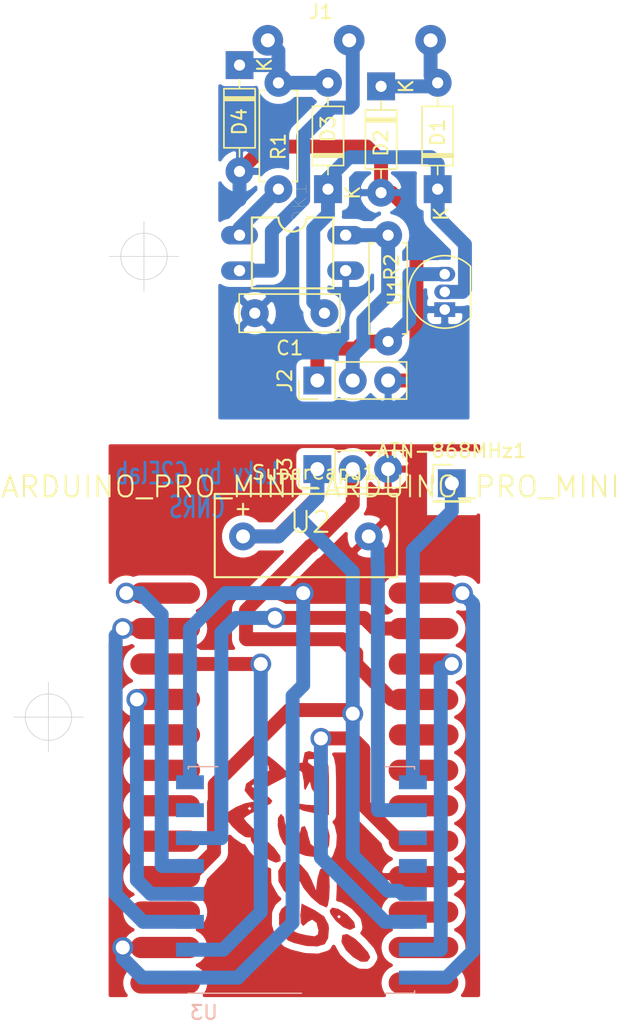
<source format=kicad_pcb>
(kicad_pcb (version 20171130) (host pcbnew "(5.1.4)-1")

  (general
    (thickness 1.6)
    (drawings 5)
    (tracks 190)
    (zones 0)
    (modules 17)
    (nets 45)
  )

  (page A4)
  (layers
    (0 F.Cu signal)
    (31 B.Cu signal)
    (32 B.Adhes user)
    (33 F.Adhes user)
    (34 B.Paste user)
    (35 F.Paste user)
    (36 B.SilkS user)
    (37 F.SilkS user)
    (38 B.Mask user)
    (39 F.Mask user)
    (40 Dwgs.User user)
    (41 Cmts.User user)
    (42 Eco1.User user)
    (43 Eco2.User user)
    (44 Edge.Cuts user)
    (45 Margin user hide)
    (46 B.CrtYd user hide)
    (47 F.CrtYd user hide)
    (48 B.Fab user)
    (49 F.Fab user hide)
  )

  (setup
    (last_trace_width 0.25)
    (user_trace_width 0.5)
    (user_trace_width 1)
    (trace_clearance 0.2)
    (zone_clearance 0.508)
    (zone_45_only no)
    (trace_min 0.2)
    (via_size 0.8)
    (via_drill 0.4)
    (via_min_size 0.4)
    (via_min_drill 0.3)
    (uvia_size 0.3)
    (uvia_drill 0.1)
    (uvias_allowed no)
    (uvia_min_size 0.2)
    (uvia_min_drill 0.1)
    (edge_width 0.05)
    (segment_width 0.2)
    (pcb_text_width 0.3)
    (pcb_text_size 1.5 1.5)
    (mod_edge_width 0.12)
    (mod_text_size 1 1)
    (mod_text_width 0.15)
    (pad_size 1.1 2)
    (pad_drill 0.75)
    (pad_to_mask_clearance 0)
    (aux_axis_origin 104.902 124.46)
    (grid_origin 141.986 89.916)
    (visible_elements 7FFFFFFF)
    (pcbplotparams
      (layerselection 0x010fc_ffffffff)
      (usegerberextensions false)
      (usegerberattributes true)
      (usegerberadvancedattributes true)
      (creategerberjobfile true)
      (excludeedgelayer true)
      (linewidth 0.100000)
      (plotframeref false)
      (viasonmask false)
      (mode 1)
      (useauxorigin false)
      (hpglpennumber 1)
      (hpglpenspeed 20)
      (hpglpendiameter 15.000000)
      (psnegative false)
      (psa4output false)
      (plotreference true)
      (plotvalue true)
      (plotinvisibletext false)
      (padsonsilk false)
      (subtractmaskfromsilk false)
      (outputformat 1)
      (mirror false)
      (drillshape 1)
      (scaleselection 1)
      (outputdirectory ""))
  )

  (net 0 "")
  (net 1 "Net-(C1-Pad1)")
  (net 2 A)
  (net 3 I2)
  (net 4 I1)
  (net 5 MISO)
  (net 6 MOSI)
  (net 7 SCK)
  (net 8 NSS)
  (net 9 RST)
  (net 10 DIO0)
  (net 11 DIO1)
  (net 12 DIO2)
  (net 13 "Net-(U2-PadJP7_12)")
  (net 14 "Net-(U2-PadJP7_11)")
  (net 15 "Net-(U2-PadJP7_10)")
  (net 16 "Net-(U2-PadJP7_7)")
  (net 17 "Net-(U2-PadJP7_6)")
  (net 18 "Net-(U2-PadJP7_5)")
  (net 19 "Net-(U2-PadJP6_8)")
  (net 20 "Net-(U2-PadJP6_7)")
  (net 21 "Net-(U2-PadJP6_6)")
  (net 22 "Net-(U2-PadJP6_5)")
  (net 23 "Net-(U2-PadJP6_3)")
  (net 24 "Net-(U2-PadJP6_1)")
  (net 25 "Net-(U2-PadJP3_1)")
  (net 26 "Net-(U2-PadJP3_2)")
  (net 27 "Net-(U2-PadJP2_2)")
  (net 28 "Net-(U2-PadJP2_1)")
  (net 29 "Net-(U2-PadJP1_5)")
  (net 30 "Net-(U2-PadJP1_3)")
  (net 31 "Net-(U2-PadJP1_2)")
  (net 32 "Net-(U2-PadJP1_1)")
  (net 33 VGND_C1)
  (net 34 "Net-(OK1-Pad1)")
  (net 35 InfoTIC_C1)
  (net 36 VCC_C1)
  (net 37 VGND_C2)
  (net 38 VCC_C2)
  (net 39 "Net-(U2-PadJP1_4)")
  (net 40 "Net-(U3-Pad12)")
  (net 41 "Net-(U3-Pad11)")
  (net 42 "Net-(ATN-868MHz1-Pad1)")
  (net 43 "Net-(U3-Pad7)")
  (net 44 InfoTIC_C2)

  (net_class Default "This is the default net class."
    (clearance 0.2)
    (trace_width 0.25)
    (via_dia 0.8)
    (via_drill 0.4)
    (uvia_dia 0.3)
    (uvia_drill 0.1)
    (add_net A)
    (add_net DIO0)
    (add_net DIO1)
    (add_net DIO2)
    (add_net I1)
    (add_net I2)
    (add_net InfoTIC_C1)
    (add_net InfoTIC_C2)
    (add_net MISO)
    (add_net MOSI)
    (add_net NSS)
    (add_net "Net-(ATN-868MHz1-Pad1)")
    (add_net "Net-(C1-Pad1)")
    (add_net "Net-(OK1-Pad1)")
    (add_net "Net-(U2-PadJP1_1)")
    (add_net "Net-(U2-PadJP1_2)")
    (add_net "Net-(U2-PadJP1_3)")
    (add_net "Net-(U2-PadJP1_4)")
    (add_net "Net-(U2-PadJP1_5)")
    (add_net "Net-(U2-PadJP2_1)")
    (add_net "Net-(U2-PadJP2_2)")
    (add_net "Net-(U2-PadJP3_1)")
    (add_net "Net-(U2-PadJP3_2)")
    (add_net "Net-(U2-PadJP6_1)")
    (add_net "Net-(U2-PadJP6_3)")
    (add_net "Net-(U2-PadJP6_5)")
    (add_net "Net-(U2-PadJP6_6)")
    (add_net "Net-(U2-PadJP6_7)")
    (add_net "Net-(U2-PadJP6_8)")
    (add_net "Net-(U2-PadJP7_10)")
    (add_net "Net-(U2-PadJP7_11)")
    (add_net "Net-(U2-PadJP7_12)")
    (add_net "Net-(U2-PadJP7_5)")
    (add_net "Net-(U2-PadJP7_6)")
    (add_net "Net-(U2-PadJP7_7)")
    (add_net "Net-(U3-Pad11)")
    (add_net "Net-(U3-Pad12)")
    (add_net "Net-(U3-Pad7)")
    (add_net RST)
    (add_net SCK)
    (add_net VCC_C1)
    (add_net VCC_C2)
    (add_net VGND_C1)
    (add_net VGND_C2)
  )

  (module LoKy-PCB-v2:logo_lowquality (layer F.Cu) (tedit 0) (tstamp 60713994)
    (at 122.428 127.762 90)
    (fp_text reference G*** (at 0 0 90) (layer F.Cu) hide
      (effects (font (size 1.524 1.524) (thickness 0.3)))
    )
    (fp_text value LOGO (at 0.75 0 90) (layer F.Cu) hide
      (effects (font (size 1.524 1.524) (thickness 0.3)))
    )
    (fp_poly (pts (xy -5.453388 3.318033) (xy -5.385651 3.658664) (xy -5.710634 4.213684) (xy -6.097262 4.628925)
      (xy -6.68883 5.153541) (xy -7.046562 5.319226) (xy -7.292065 5.166556) (xy -7.369128 5.053308)
      (xy -7.356516 4.630147) (xy -7.034098 4.080065) (xy -6.5377 3.571705) (xy -6.003144 3.27371)
      (xy -5.922124 3.256667) (xy -5.453388 3.318033)) (layer F.Cu) (width 0.01))
    (fp_poly (pts (xy -3.491743 2.589329) (xy -3.591735 3.047959) (xy -3.970916 3.646586) (xy -3.995437 3.676316)
      (xy -4.524441 4.161854) (xy -4.912718 4.238417) (xy -5.078745 3.893598) (xy -5.08 3.841361)
      (xy -4.886821 3.374027) (xy -4.631421 3.074737) (xy -4.277895 3.074737) (xy -4.144211 3.208421)
      (xy -4.010527 3.074737) (xy -4.144211 2.941053) (xy -4.277895 3.074737) (xy -4.631421 3.074737)
      (xy -4.439308 2.849611) (xy -3.935502 2.474388) (xy -3.702248 2.406316) (xy -3.491743 2.589329)) (layer F.Cu) (width 0.01))
    (fp_poly (pts (xy -3.943562 -1.217378) (xy -3.598523 -1.060385) (xy -3.23532 -0.633635) (xy -3.356373 -0.396454)
      (xy -3.934146 -0.383457) (xy -4.113592 -0.412949) (xy -4.749264 -0.489014) (xy -5.111985 -0.336094)
      (xy -5.334404 0.158029) (xy -5.470855 0.735263) (xy -5.554579 1.329913) (xy -5.411182 1.568063)
      (xy -5.117023 1.60421) (xy -4.580745 1.466861) (xy -4.350032 1.15458) (xy -4.525008 0.817023)
      (xy -4.570108 0.78675) (xy -4.806635 0.511823) (xy -4.592136 0.330938) (xy -4.009119 0.302279)
      (xy -3.899847 0.314093) (xy -3.205544 0.401053) (xy -3.674877 1.336842) (xy -4.130485 2.015574)
      (xy -4.700422 2.311819) (xy -4.969089 2.353127) (xy -5.68087 2.294198) (xy -6.106376 2.057193)
      (xy -6.270303 1.522877) (xy -6.235348 0.711819) (xy -6.022271 -0.165178) (xy -5.84667 -0.579847)
      (xy -5.383921 -0.994003) (xy -4.663981 -1.224803) (xy -3.943562 -1.217378)) (layer F.Cu) (width 0.01))
    (fp_poly (pts (xy -0.259805 -0.926675) (xy -0.088666 -0.360952) (xy -0.3538 0.265542) (xy -0.987082 0.836019)
      (xy -1.420989 1.06397) (xy -2.272632 1.430005) (xy -1.403684 1.534048) (xy -0.761994 1.719277)
      (xy -0.534737 2.022203) (xy -0.68445 2.256897) (xy -1.194123 2.376845) (xy -2.005263 2.406316)
      (xy -2.810645 2.368283) (xy -3.344776 2.270174) (xy -3.47579 2.175004) (xy -3.270891 1.686033)
      (xy -2.761162 1.08923) (xy -2.104049 0.545539) (xy -1.613273 0.271122) (xy -1.058534 -0.01828)
      (xy -0.803885 -0.268747) (xy -0.802106 -0.284026) (xy -1.003021 -0.630576) (xy -1.444628 -0.682413)
      (xy -1.740618 -0.532477) (xy -2.214235 -0.287759) (xy -2.494364 -0.368556) (xy -2.446078 -0.689199)
      (xy -2.289342 -0.880884) (xy -1.608911 -1.266298) (xy -0.855694 -1.281364) (xy -0.259805 -0.926675)) (layer F.Cu) (width 0.01))
    (fp_poly (pts (xy 2.94117 -1.295699) (xy 3.205383 -1.10178) (xy 3.208421 -1.069474) (xy 2.980209 -0.866368)
      (xy 2.559097 -0.802105) (xy 1.855044 -0.616336) (xy 1.43897 -0.334211) (xy 1.142183 0.008182)
      (xy 1.270617 0.154531) (xy 1.687241 0.218285) (xy 2.274321 0.383796) (xy 2.354924 0.615499)
      (xy 1.928347 0.812667) (xy 1.691671 0.851188) (xy 1.069036 1.033637) (xy 0.861051 1.30244)
      (xy 1.085966 1.532378) (xy 1.58193 1.60421) (xy 2.228388 1.717262) (xy 2.406316 2.005263)
      (xy 2.183887 2.283753) (xy 1.650205 2.40492) (xy 1.005678 2.366836) (xy 0.450711 2.167574)
      (xy 0.284305 2.025671) (xy 0.123574 1.4705) (xy 0.222352 0.684355) (xy 0.523012 -0.133196)
      (xy 0.967928 -0.782585) (xy 1.136634 -0.926001) (xy 1.718727 -1.194786) (xy 2.382929 -1.32236)
      (xy 2.94117 -1.295699)) (layer F.Cu) (width 0.01))
    (fp_poly (pts (xy 6.891594 -0.072882) (xy 6.854891 0.133684) (xy 6.898363 0.463416) (xy 7.227338 0.534737)
      (xy 7.633816 0.616975) (xy 7.728116 0.937065) (xy 7.536423 1.605067) (xy 7.503098 1.693752)
      (xy 7.340234 2.027514) (xy 7.08284 2.224291) (xy 6.605236 2.320033) (xy 5.781742 2.350688)
      (xy 5.198849 2.352842) (xy 3.145185 2.352842) (xy 3.289387 1.277731) (xy 3.45585 0.517644)
      (xy 3.68871 -0.024926) (xy 3.749576 -0.099216) (xy 3.929963 -0.172136) (xy 3.958869 0.150696)
      (xy 3.880858 0.735263) (xy 3.823828 1.531196) (xy 3.976375 1.86003) (xy 4.324471 1.706241)
      (xy 4.420042 1.60421) (xy 4.946316 1.60421) (xy 4.967514 1.850586) (xy 5.06422 1.871579)
      (xy 5.216805 1.762808) (xy 6.594565 1.762808) (xy 6.772091 1.797849) (xy 7.091539 1.474654)
      (xy 7.17171 1.247844) (xy 7.135835 0.861796) (xy 6.911359 0.848235) (xy 6.661784 1.177198)
      (xy 6.602748 1.35211) (xy 6.594565 1.762808) (xy 5.216805 1.762808) (xy 5.336487 1.677493)
      (xy 5.347368 1.60421) (xy 5.30054 1.470526) (xy 5.882105 1.470526) (xy 6.015789 1.60421)
      (xy 6.149473 1.470526) (xy 6.015789 1.336842) (xy 5.882105 1.470526) (xy 5.30054 1.470526)
      (xy 5.256146 1.343793) (xy 5.229463 1.336842) (xy 5.001192 1.524197) (xy 4.946316 1.60421)
      (xy 4.420042 1.60421) (xy 4.545263 1.470526) (xy 5.038533 1.119163) (xy 5.313264 1.050682)
      (xy 5.545097 0.994302) (xy 5.287288 0.834323) (xy 5.213684 0.802105) (xy 4.932358 0.646349)
      (xy 5.098727 0.574508) (xy 5.547894 0.553529) (xy 6.220597 0.430888) (xy 6.416842 0.133684)
      (xy 6.576316 -0.221878) (xy 6.712816 -0.267368) (xy 6.891594 -0.072882)) (layer F.Cu) (width 0.01))
    (fp_poly (pts (xy 3.38316 -4.856495) (xy 3.712457 -4.324319) (xy 3.979016 -3.69098) (xy 4.081642 -3.163985)
      (xy 4.070226 -3.074737) (xy 4.148263 -3.036146) (xy 4.184103 -3.074737) (xy 5.08 -3.074737)
      (xy 5.213684 -2.941053) (xy 5.347368 -3.074737) (xy 5.213684 -3.208421) (xy 5.08 -3.074737)
      (xy 4.184103 -3.074737) (xy 4.370339 -3.275263) (xy 4.897907 -3.6961) (xy 5.387483 -3.588874)
      (xy 5.818406 -2.959983) (xy 5.882105 -2.807368) (xy 6.148774 -2.163016) (xy 6.361436 -1.921623)
      (xy 6.670479 -1.992018) (xy 6.969156 -2.148354) (xy 7.371449 -2.284246) (xy 7.486316 -2.212465)
      (xy 7.325994 -1.919217) (xy 6.946579 -1.433736) (xy 6.500395 -0.932161) (xy 6.139763 -0.59063)
      (xy 6.035433 -0.534737) (xy 5.874142 -0.75059) (xy 5.587745 -1.287228) (xy 5.498972 -1.470526)
      (xy 5.141177 -2.144814) (xy 4.868856 -2.363643) (xy 4.578291 -2.171703) (xy 4.399916 -1.944098)
      (xy 4.172084 -1.715323) (xy 3.96913 -1.816438) (xy 3.701225 -2.319976) (xy 3.572105 -2.612519)
      (xy 3.244066 -3.284115) (xy 3.205499 -3.342105) (xy 3.475789 -3.342105) (xy 3.609473 -3.208421)
      (xy 3.743158 -3.342105) (xy 3.609473 -3.47579) (xy 3.475789 -3.342105) (xy 3.205499 -3.342105)
      (xy 2.974656 -3.689199) (xy 2.893895 -3.743158) (xy 2.637917 -3.553839) (xy 2.152653 -3.058883)
      (xy 1.578273 -2.406316) (xy 0.797778 -1.574514) (xy 0.206944 -1.139525) (xy -0.159099 -1.119393)
      (xy -0.267369 -1.458373) (xy -0.092698 -1.889013) (xy 0.329195 -2.432759) (xy 0.845129 -2.931814)
      (xy 1.301925 -3.228382) (xy 1.470526 -3.248642) (xy 1.590882 -3.297258) (xy 1.533625 -3.368129)
      (xy 1.568634 -3.659865) (xy 1.887308 -4.127664) (xy 2.351135 -4.619401) (xy 2.8216 -4.982951)
      (xy 3.092322 -5.08) (xy 3.38316 -4.856495)) (layer F.Cu) (width 0.01))
  )

  (module LoKy-PCB-v2:HOPERF_RFM9XW_SMD (layer B.Cu) (tedit 5A030172) (tstamp 6067B47D)
    (at 122.808 129.27)
    (descr " Low Power Long Range Transceiver Module SMD-16 http://www.hoperf.com/upload/rf/RFM95_96_97_98W.pdf")
    (tags " Low Power Long Range Transceiver Module")
    (path /6068F972)
    (attr smd)
    (fp_text reference U3 (at -7 9.5) (layer B.SilkS)
      (effects (font (size 1 1) (thickness 0.15)) (justify mirror))
    )
    (fp_text value RFM95W-868S2 (at 0 -9.5) (layer B.Fab)
      (effects (font (size 1 1) (thickness 0.15)) (justify mirror))
    )
    (fp_line (start 8.12 8.12) (end 8.12 7.95) (layer B.SilkS) (width 0.1))
    (fp_line (start 6 8.12) (end 8.12 8.12) (layer B.SilkS) (width 0.1))
    (fp_line (start -8.12 -8.12) (end -8.12 -7.95) (layer B.SilkS) (width 0.1))
    (fp_line (start -8.12 -8.12) (end -6 -8.12) (layer B.SilkS) (width 0.1))
    (fp_line (start 8.12 -8.12) (end 8.12 -7.95) (layer B.SilkS) (width 0.1))
    (fp_line (start -9.45 -8.25) (end -9.45 8.25) (layer B.CrtYd) (width 0.05))
    (fp_line (start -9.45 -8.25) (end 9.45 -8.25) (layer B.CrtYd) (width 0.05))
    (fp_line (start 9.45 8.25) (end 9.45 -8.25) (layer B.CrtYd) (width 0.05))
    (fp_line (start -9.45 8.25) (end 9.45 8.25) (layer B.CrtYd) (width 0.05))
    (fp_line (start 6 -8.12) (end 8.12 -8.12) (layer B.SilkS) (width 0.1))
    (fp_line (start -8.12 8.12) (end 0 8.12) (layer B.SilkS) (width 0.1))
    (fp_text user %R (at 0 0) (layer B.Fab)
      (effects (font (size 1 1) (thickness 0.15)) (justify mirror))
    )
    (fp_line (start -8 -8) (end -8 8) (layer B.Fab) (width 0.12))
    (fp_line (start -8 -8) (end 8 -8) (layer B.Fab) (width 0.12))
    (fp_line (start 8 -8) (end 8 8) (layer B.Fab) (width 0.12))
    (fp_line (start -8 8) (end 8 8) (layer B.Fab) (width 0.12))
    (pad 16 smd rect (at 8 7) (size 2 1) (layers B.Cu B.Paste B.Mask)
      (net 12 DIO2))
    (pad 15 smd rect (at 8 5) (size 2 1) (layers B.Cu B.Paste B.Mask)
      (net 11 DIO1))
    (pad 14 smd rect (at 8 3) (size 2 1) (layers B.Cu B.Paste B.Mask)
      (net 10 DIO0))
    (pad 13 smd rect (at 8 1) (size 2 1) (layers B.Cu B.Paste B.Mask)
      (net 38 VCC_C2))
    (pad 12 smd rect (at 8 -1) (size 2 1) (layers B.Cu B.Paste B.Mask)
      (net 40 "Net-(U3-Pad12)"))
    (pad 11 smd rect (at 8 -3) (size 2 1) (layers B.Cu B.Paste B.Mask)
      (net 41 "Net-(U3-Pad11)"))
    (pad 10 smd rect (at 8 -5) (size 2 1) (layers B.Cu B.Paste B.Mask)
      (net 37 VGND_C2))
    (pad 9 smd rect (at 8 -7) (size 2 1) (layers B.Cu B.Paste B.Mask)
      (net 42 "Net-(ATN-868MHz1-Pad1)"))
    (pad 8 smd rect (at -8 -7) (size 2 1) (layers B.Cu B.Paste B.Mask)
      (net 37 VGND_C2))
    (pad 7 smd rect (at -8 -5) (size 2 1) (layers B.Cu B.Paste B.Mask)
      (net 43 "Net-(U3-Pad7)"))
    (pad 6 smd rect (at -8 -3) (size 2 1) (layers B.Cu B.Paste B.Mask)
      (net 9 RST))
    (pad 5 smd rect (at -8 -1) (size 2 1) (layers B.Cu B.Paste B.Mask)
      (net 8 NSS))
    (pad 4 smd rect (at -8 1) (size 2 1) (layers B.Cu B.Paste B.Mask)
      (net 7 SCK))
    (pad 3 smd rect (at -8 3) (size 2 1) (layers B.Cu B.Paste B.Mask)
      (net 6 MOSI))
    (pad 2 smd rect (at -8 5) (size 2 1) (layers B.Cu B.Paste B.Mask)
      (net 5 MISO))
    (pad 1 smd rect (at -8 7) (size 2 1) (layers B.Cu B.Paste B.Mask)
      (net 37 VGND_C2))
    (model ${KISYS3DMOD}/RF_Module.3dshapes/HOPERF_RFM9XW_SMD.wrl
      (at (xyz 0 0 0))
      (scale (xyz 1 1 1))
      (rotate (xyz 0 0 0))
    )
  )

  (module LoKy-PCB-v2:SuperCapa (layer F.Cu) (tedit 6066E1F3) (tstamp 6067B434)
    (at 123.698 99.568)
    (path /607F5215)
    (fp_text reference SuperCapa1 (at 0 0.5) (layer F.SilkS)
      (effects (font (size 1 1) (thickness 0.15)))
    )
    (fp_text value 0.47F (at 0 -0.5) (layer F.Fab)
      (effects (font (size 1 1) (thickness 0.15)))
    )
    (fp_text user + (at -5.08 3.048) (layer F.SilkS)
      (effects (font (size 1 1) (thickness 0.15)))
    )
    (fp_line (start -7.112 8.001) (end 5.969 8.001) (layer F.SilkS) (width 0.15))
    (fp_line (start -7.112 2.032) (end 5.969 2.032) (layer F.SilkS) (width 0.15))
    (fp_line (start -7.112 8.001) (end -7.112 2.032) (layer F.SilkS) (width 0.15))
    (fp_line (start 5.969 2.032) (end 5.969 8.001) (layer F.SilkS) (width 0.15))
    (pad 2 thru_hole circle (at 3.937 5.08) (size 2 2) (drill 1) (layers *.Cu *.Mask)
      (net 37 VGND_C2))
    (pad 1 thru_hole circle (at -5.08 5.08) (size 2 2) (drill 1) (layers *.Cu *.Mask)
      (net 38 VCC_C2))
  )

  (module LoKy-PCB-v2:DIL04 (layer F.Cu) (tedit 60227CC4) (tstamp 6067C0A6)
    (at 122.174 84.328 270)
    (descr "<b>Dual In Line Package</b>")
    (path /606AF43F)
    (fp_text reference OK1 (at -3.55644 -0.50807 270) (layer F.SilkS)
      (effects (font (size 1.000126 1.000126) (thickness 0.015)))
    )
    (fp_text value PC814-PC814 (at 3.559965 -0.254275 270) (layer F.Fab)
      (effects (font (size 1.00111 1.00111) (thickness 0.015)))
    )
    (fp_line (start 2.54 -2.921) (end -2.54 -2.921) (layer F.SilkS) (width 0.1524))
    (fp_line (start -2.54 2.921) (end 2.54 2.921) (layer F.SilkS) (width 0.1524))
    (fp_line (start 2.54 -2.921) (end 2.54 2.921) (layer F.SilkS) (width 0.1524))
    (fp_line (start -2.54 -2.921) (end -2.54 -1.016) (layer F.SilkS) (width 0.1524))
    (fp_line (start -2.54 2.921) (end -2.54 1.016) (layer F.SilkS) (width 0.1524))
    (fp_arc (start -2.54 0) (end -2.54 1.016) (angle -180) (layer F.SilkS) (width 0.1524))
    (pad 1 thru_hole oval (at -1.27 3.81 270) (size 1.3208 2.6416) (drill 0.8128) (layers *.Cu *.Mask)
      (net 34 "Net-(OK1-Pad1)"))
    (pad 2 thru_hole oval (at 1.27 3.81 270) (size 1.3208 2.6416) (drill 0.8128) (layers *.Cu *.Mask)
      (net 3 I2))
    (pad 3 thru_hole oval (at 1.27 -3.81 270) (size 1.3208 2.6416) (drill 0.8128) (layers *.Cu *.Mask)
      (net 33 VGND_C1))
    (pad 4 thru_hole oval (at -1.27 -3.81 270) (size 1.3208 2.6416) (drill 0.8128) (layers *.Cu *.Mask)
      (net 35 InfoTIC_C1))
  )

  (module LoKy-PCB-v2:Connecteur_Linky (layer F.Cu) (tedit 6066D731) (tstamp 6067B3FB)
    (at 124.206 66.548)
    (path /6079B517)
    (fp_text reference J1 (at 0 0.5) (layer F.SilkS)
      (effects (font (size 1 1) (thickness 0.15)))
    )
    (fp_text value Conn_01x03_Male (at 0 -0.5) (layer F.Fab)
      (effects (font (size 1 1) (thickness 0.15)))
    )
    (pad 3 thru_hole circle (at 7.874 2.54) (size 2.2 2.2) (drill 1) (layers *.Cu *.Mask)
      (net 2 A))
    (pad 2 thru_hole circle (at 2.032 2.54) (size 2.2 2.2) (drill 1) (layers *.Cu *.Mask)
      (net 3 I2))
    (pad 1 thru_hole circle (at -3.81 2.54) (size 2.2 2.2) (drill 1) (layers *.Cu *.Mask)
      (net 4 I1))
  )

  (module LoKy-PCB-v2:ArduProMini_minimalist (layer F.Cu) (tedit 60709CB3) (tstamp 6067B459)
    (at 112.03 102.362)
    (path /60698818)
    (fp_text reference U2 (at 11.43 1.27 180) (layer F.SilkS)
      (effects (font (size 1.5 1.5) (thickness 0.15)))
    )
    (fp_text value ARDUINO_PRO_MINI-ARDUINO_PRO_MINI (at 11.43 -1.27 180) (layer F.SilkS)
      (effects (font (size 1.5 1.5) (thickness 0.15)))
    )
    (pad JP1_6 smd oval (at 20.574 16.383) (size 0.1 0.1) (layers F.Cu F.Paste F.Mask)
      (net 29 "Net-(U2-PadJP1_5)"))
    (pad JP1_5 smd oval (at 20.574 16.383) (size 0.1 0.1) (layers F.Cu F.Paste F.Mask)
      (net 29 "Net-(U2-PadJP1_5)"))
    (pad JP1_4 smd oval (at 20.574 16.383) (size 0.1 0.1) (layers F.Cu F.Paste F.Mask)
      (net 39 "Net-(U2-PadJP1_4)"))
    (pad JP1_3 smd oval (at 20.574 16.383) (size 0.1 0.1) (layers F.Cu F.Paste F.Mask)
      (net 30 "Net-(U2-PadJP1_3)"))
    (pad JP1_2 smd oval (at 20.574 16.383) (size 0.1 0.1) (layers F.Cu F.Paste F.Mask)
      (net 31 "Net-(U2-PadJP1_2)"))
    (pad JP1_1 smd oval (at 20.574 16.383) (size 0.1 0.1) (layers F.Cu F.Paste F.Mask)
      (net 32 "Net-(U2-PadJP1_1)"))
    (pad JP3_2 smd oval (at 20.574 16.383) (size 0.1 0.1) (layers F.Cu F.Paste F.Mask)
      (net 26 "Net-(U2-PadJP3_2)"))
    (pad JP3_1 smd oval (at 20.574 16.383) (size 0.1 0.1) (layers F.Cu F.Paste F.Mask)
      (net 25 "Net-(U2-PadJP3_1)"))
    (pad JP2_2 smd oval (at 20.574 16.383) (size 0.1 0.1) (layers F.Cu F.Paste F.Mask)
      (net 27 "Net-(U2-PadJP2_2)"))
    (pad JP2_1 smd oval (at 20.574 16.383) (size 0.1 0.1) (layers F.Cu F.Paste F.Mask)
      (net 28 "Net-(U2-PadJP2_1)"))
    (pad JP7_12 smd oval (at 19.54 34.29) (size 5 1.524) (layers F.Cu F.Paste F.Mask)
      (net 13 "Net-(U2-PadJP7_12)"))
    (pad JP7_11 smd oval (at 19.54 31.75) (size 5 1.524) (layers F.Cu F.Paste F.Mask)
      (net 14 "Net-(U2-PadJP7_11)"))
    (pad JP7_10 smd oval (at 19.54 29.21) (size 5 1.524) (layers F.Cu F.Paste F.Mask)
      (net 15 "Net-(U2-PadJP7_10)"))
    (pad JP7_9 smd oval (at 19.54 26.67) (size 5 1.524) (layers F.Cu F.Paste F.Mask)
      (net 37 VGND_C2))
    (pad JP7_8 smd oval (at 19.54 24.13) (size 5 1.524) (layers F.Cu F.Paste F.Mask)
      (net 10 DIO0))
    (pad JP7_7 smd oval (at 19.54 21.59) (size 5 1.524) (layers F.Cu F.Paste F.Mask)
      (net 16 "Net-(U2-PadJP7_7)"))
    (pad JP7_6 smd oval (at 19.54 19.05) (size 5 1.524) (layers F.Cu F.Paste F.Mask)
      (net 17 "Net-(U2-PadJP7_6)"))
    (pad JP7_5 smd oval (at 19.558 16.51) (size 5 1.524) (layers F.Cu F.Paste F.Mask)
      (net 18 "Net-(U2-PadJP7_5)"))
    (pad JP7_4 smd oval (at 19.54 13.97) (size 5 1.524) (layers F.Cu F.Paste F.Mask)
      (net 44 InfoTIC_C2))
    (pad JP7_3 smd oval (at 19.54 11.43) (size 5 1.524) (layers F.Cu F.Paste F.Mask)
      (net 11 DIO1))
    (pad JP7_2 smd oval (at 19.54 8.89) (size 5 1.524) (layers F.Cu F.Paste F.Mask)
      (net 9 RST))
    (pad JP7_1 smd oval (at 19.54 6.35) (size 5 1.524) (layers F.Cu F.Paste F.Mask)
      (net 12 DIO2))
    (pad JP6_1 smd oval (at 1 34.29) (size 5 1.524) (layers F.Cu F.Paste F.Mask)
      (net 24 "Net-(U2-PadJP6_1)"))
    (pad JP6_2 smd oval (at 1 31.75) (size 5 1.524) (layers F.Cu F.Paste F.Mask)
      (net 37 VGND_C2))
    (pad JP6_3 smd oval (at 1 29.21) (size 5 1.524) (layers F.Cu F.Paste F.Mask)
      (net 23 "Net-(U2-PadJP6_3)"))
    (pad JP6_4 smd oval (at 1 26.67) (size 5 1.524) (layers F.Cu F.Paste F.Mask)
      (net 38 VCC_C2))
    (pad JP6_5 smd oval (at 1 24.13) (size 5 1.524) (layers F.Cu F.Paste F.Mask)
      (net 22 "Net-(U2-PadJP6_5)"))
    (pad JP6_6 smd oval (at 1 21.59) (size 5 1.524) (layers F.Cu F.Paste F.Mask)
      (net 21 "Net-(U2-PadJP6_6)"))
    (pad JP6_7 smd oval (at 1 19.05) (size 5 1.524) (layers F.Cu F.Paste F.Mask)
      (net 20 "Net-(U2-PadJP6_7)"))
    (pad JP6_8 smd oval (at 1 16.51) (size 5 1.524) (layers F.Cu F.Paste F.Mask)
      (net 19 "Net-(U2-PadJP6_8)"))
    (pad JP6_9 smd oval (at 1 13.97) (size 5 1.524) (layers F.Cu F.Paste F.Mask)
      (net 7 SCK))
    (pad JP6_10 smd oval (at 1 11.43) (size 5 1.524) (layers F.Cu F.Paste F.Mask)
      (net 5 MISO))
    (pad JP6_11 smd oval (at 1 8.89) (size 5 1.524) (layers F.Cu F.Paste F.Mask)
      (net 6 MOSI))
    (pad JP6_12 smd oval (at 1 6.35) (size 5 1.524) (layers F.Cu F.Paste F.Mask)
      (net 8 NSS))
  )

  (module Package_TO_SOT_THT:TO-92_Inline (layer F.Cu) (tedit 5A1DD157) (tstamp 606E64D1)
    (at 133.096 88.392 90)
    (descr "TO-92 leads in-line, narrow, oval pads, drill 0.75mm (see NXP sot054_po.pdf)")
    (tags "to-92 sc-43 sc-43a sot54 PA33 transistor")
    (path /606E6241)
    (fp_text reference U1 (at 1.27 -3.56 90) (layer F.SilkS)
      (effects (font (size 1 1) (thickness 0.15)))
    )
    (fp_text value MCP1702_TO92 (at 1.27 2.79 90) (layer F.Fab)
      (effects (font (size 1 1) (thickness 0.15)))
    )
    (fp_arc (start 1.27 0) (end 1.27 -2.6) (angle 135) (layer F.SilkS) (width 0.12))
    (fp_arc (start 1.27 0) (end 1.27 -2.48) (angle -135) (layer F.Fab) (width 0.1))
    (fp_arc (start 1.27 0) (end 1.27 -2.6) (angle -135) (layer F.SilkS) (width 0.12))
    (fp_arc (start 1.27 0) (end 1.27 -2.48) (angle 135) (layer F.Fab) (width 0.1))
    (fp_line (start 4 2.01) (end -1.46 2.01) (layer F.CrtYd) (width 0.05))
    (fp_line (start 4 2.01) (end 4 -2.73) (layer F.CrtYd) (width 0.05))
    (fp_line (start -1.46 -2.73) (end -1.46 2.01) (layer F.CrtYd) (width 0.05))
    (fp_line (start -1.46 -2.73) (end 4 -2.73) (layer F.CrtYd) (width 0.05))
    (fp_line (start -0.5 1.75) (end 3 1.75) (layer F.Fab) (width 0.1))
    (fp_line (start -0.53 1.85) (end 3.07 1.85) (layer F.SilkS) (width 0.12))
    (fp_text user %R (at 1.27 -3.56 90) (layer F.Fab)
      (effects (font (size 1 1) (thickness 0.15)))
    )
    (pad 1 thru_hole rect (at 0 0 90) (size 1.05 1.5) (drill 0.75) (layers *.Cu *.Mask)
      (net 33 VGND_C1))
    (pad 3 thru_hole oval (at 2.54 0 90) (size 1.05 1.5) (drill 0.75) (layers *.Cu *.Mask)
      (net 36 VCC_C1))
    (pad 2 thru_hole oval (at 1.27 0 90) (size 1.05 1.5) (drill 0.75) (layers *.Cu *.Mask)
      (net 1 "Net-(C1-Pad1)"))
    (model ${KISYS3DMOD}/Package_TO_SOT_THT.3dshapes/TO-92_Inline.wrl
      (at (xyz 0 0 0))
      (scale (xyz 1 1 1))
      (rotate (xyz 0 0 0))
    )
  )

  (module Connector_PinHeader_2.54mm:PinHeader_1x01_P2.54mm_Vertical (layer F.Cu) (tedit 60673FF7) (tstamp 60680577)
    (at 133.604 100.838)
    (descr "Through hole straight pin header, 1x01, 2.54mm pitch, single row")
    (tags "Through hole pin header THT 1x01 2.54mm single row")
    (path /60745ADF)
    (fp_text reference ATN-868MHz1 (at 0 -2.33) (layer F.SilkS)
      (effects (font (size 1 1) (thickness 0.15)))
    )
    (fp_text value Passive_Antenna_Helical (at 0 2.33) (layer F.Fab)
      (effects (font (size 1 1) (thickness 0.15)))
    )
    (fp_text user %R (at 0 0 90) (layer F.Fab)
      (effects (font (size 1 1) (thickness 0.15)))
    )
    (fp_line (start 1.8 -1.8) (end -1.8 -1.8) (layer F.CrtYd) (width 0.05))
    (fp_line (start 1.8 1.8) (end 1.8 -1.8) (layer F.CrtYd) (width 0.05))
    (fp_line (start -1.8 1.8) (end 1.8 1.8) (layer F.CrtYd) (width 0.05))
    (fp_line (start -1.8 -1.8) (end -1.8 1.8) (layer F.CrtYd) (width 0.05))
    (fp_line (start -1.33 -1.33) (end 0 -1.33) (layer F.SilkS) (width 0.12))
    (fp_line (start -1.33 0) (end -1.33 -1.33) (layer F.SilkS) (width 0.12))
    (fp_line (start -1.33 1.27) (end 1.33 1.27) (layer F.SilkS) (width 0.12))
    (fp_line (start 1.33 1.27) (end 1.33 1.33) (layer F.SilkS) (width 0.12))
    (fp_line (start -1.33 1.27) (end -1.33 1.33) (layer F.SilkS) (width 0.12))
    (fp_line (start -1.33 1.33) (end 1.33 1.33) (layer F.SilkS) (width 0.12))
    (fp_line (start -1.27 -0.635) (end -0.635 -1.27) (layer F.Fab) (width 0.1))
    (fp_line (start -1.27 1.27) (end -1.27 -0.635) (layer F.Fab) (width 0.1))
    (fp_line (start 1.27 1.27) (end -1.27 1.27) (layer F.Fab) (width 0.1))
    (fp_line (start 1.27 -1.27) (end 1.27 1.27) (layer F.Fab) (width 0.1))
    (fp_line (start -0.635 -1.27) (end 1.27 -1.27) (layer F.Fab) (width 0.1))
    (pad 1 thru_hole rect (at 0 0) (size 2 2) (drill 1) (layers *.Cu *.Mask)
      (net 42 "Net-(ATN-868MHz1-Pad1)"))
    (model ${KISYS3DMOD}/Connector_PinHeader_2.54mm.3dshapes/PinHeader_1x01_P2.54mm_Vertical.wrl
      (at (xyz 0 0 0))
      (scale (xyz 1 1 1))
      (rotate (xyz 0 0 0))
    )
  )

  (module Connector_PinHeader_2.54mm:PinHeader_1x03_P2.54mm_Vertical (layer F.Cu) (tedit 60673FDE) (tstamp 6067B9F4)
    (at 123.952 99.822 90)
    (descr "Through hole straight pin header, 1x03, 2.54mm pitch, single row")
    (tags "Through hole pin header THT 1x03 2.54mm single row")
    (path /6086152A)
    (fp_text reference J3 (at 0 -2.33 90) (layer F.SilkS)
      (effects (font (size 1 1) (thickness 0.15)))
    )
    (fp_text value Conn_01x03_Male (at 0 7.41 90) (layer F.Fab)
      (effects (font (size 1 1) (thickness 0.15)))
    )
    (fp_text user %R (at 0 2.54) (layer F.Fab)
      (effects (font (size 1 1) (thickness 0.15)))
    )
    (fp_line (start 1.8 -1.8) (end -1.8 -1.8) (layer F.CrtYd) (width 0.05))
    (fp_line (start 1.8 6.85) (end 1.8 -1.8) (layer F.CrtYd) (width 0.05))
    (fp_line (start -1.8 6.85) (end 1.8 6.85) (layer F.CrtYd) (width 0.05))
    (fp_line (start -1.8 -1.8) (end -1.8 6.85) (layer F.CrtYd) (width 0.05))
    (fp_line (start -1.33 -1.33) (end 0 -1.33) (layer F.SilkS) (width 0.12))
    (fp_line (start -1.33 0) (end -1.33 -1.33) (layer F.SilkS) (width 0.12))
    (fp_line (start -1.33 1.27) (end 1.33 1.27) (layer F.SilkS) (width 0.12))
    (fp_line (start 1.33 1.27) (end 1.33 6.41) (layer F.SilkS) (width 0.12))
    (fp_line (start -1.33 1.27) (end -1.33 6.41) (layer F.SilkS) (width 0.12))
    (fp_line (start -1.33 6.41) (end 1.33 6.41) (layer F.SilkS) (width 0.12))
    (fp_line (start -1.27 -0.635) (end -0.635 -1.27) (layer F.Fab) (width 0.1))
    (fp_line (start -1.27 6.35) (end -1.27 -0.635) (layer F.Fab) (width 0.1))
    (fp_line (start 1.27 6.35) (end -1.27 6.35) (layer F.Fab) (width 0.1))
    (fp_line (start 1.27 -1.27) (end 1.27 6.35) (layer F.Fab) (width 0.1))
    (fp_line (start -0.635 -1.27) (end 1.27 -1.27) (layer F.Fab) (width 0.1))
    (pad 3 thru_hole oval (at 0 5.08 90) (size 2 2) (drill 1) (layers *.Cu *.Mask)
      (net 37 VGND_C2))
    (pad 2 thru_hole oval (at 0 2.54 90) (size 2 2) (drill 1) (layers *.Cu *.Mask)
      (net 44 InfoTIC_C2))
    (pad 1 thru_hole rect (at 0 0 90) (size 2 2) (drill 1) (layers *.Cu *.Mask)
      (net 38 VCC_C2))
    (model ${KISYS3DMOD}/Connector_PinHeader_2.54mm.3dshapes/PinHeader_1x03_P2.54mm_Vertical.wrl
      (at (xyz 0 0 0))
      (scale (xyz 1 1 1))
      (rotate (xyz 0 0 0))
    )
  )

  (module Connector_PinHeader_2.54mm:PinHeader_1x03_P2.54mm_Vertical (layer F.Cu) (tedit 60674077) (tstamp 6067B9DD)
    (at 123.952 93.472 90)
    (descr "Through hole straight pin header, 1x03, 2.54mm pitch, single row")
    (tags "Through hole pin header THT 1x03 2.54mm single row")
    (path /60840CE7)
    (fp_text reference J2 (at 0 -2.33 90) (layer F.SilkS)
      (effects (font (size 1 1) (thickness 0.15)))
    )
    (fp_text value Conn_01x03_Female (at 0 7.41 90) (layer F.Fab)
      (effects (font (size 1 1) (thickness 0.15)))
    )
    (fp_text user %R (at 0 2.54) (layer F.Fab)
      (effects (font (size 1 1) (thickness 0.15)))
    )
    (fp_line (start 1.8 -1.8) (end -1.8 -1.8) (layer F.CrtYd) (width 0.05))
    (fp_line (start 1.8 6.85) (end 1.8 -1.8) (layer F.CrtYd) (width 0.05))
    (fp_line (start -1.8 6.85) (end 1.8 6.85) (layer F.CrtYd) (width 0.05))
    (fp_line (start -1.8 -1.8) (end -1.8 6.85) (layer F.CrtYd) (width 0.05))
    (fp_line (start -1.33 -1.33) (end 0 -1.33) (layer F.SilkS) (width 0.12))
    (fp_line (start -1.33 0) (end -1.33 -1.33) (layer F.SilkS) (width 0.12))
    (fp_line (start -1.33 1.27) (end 1.33 1.27) (layer F.SilkS) (width 0.12))
    (fp_line (start 1.33 1.27) (end 1.33 6.41) (layer F.SilkS) (width 0.12))
    (fp_line (start -1.33 1.27) (end -1.33 6.41) (layer F.SilkS) (width 0.12))
    (fp_line (start -1.33 6.41) (end 1.33 6.41) (layer F.SilkS) (width 0.12))
    (fp_line (start -1.27 -0.635) (end -0.635 -1.27) (layer F.Fab) (width 0.1))
    (fp_line (start -1.27 6.35) (end -1.27 -0.635) (layer F.Fab) (width 0.1))
    (fp_line (start 1.27 6.35) (end -1.27 6.35) (layer F.Fab) (width 0.1))
    (fp_line (start 1.27 -1.27) (end 1.27 6.35) (layer F.Fab) (width 0.1))
    (fp_line (start -0.635 -1.27) (end 1.27 -1.27) (layer F.Fab) (width 0.1))
    (pad 3 thru_hole oval (at 0 5.08 90) (size 2 2) (drill 1) (layers *.Cu *.Mask)
      (net 33 VGND_C1))
    (pad 2 thru_hole oval (at 0 2.54 90) (size 2 2) (drill 1) (layers *.Cu *.Mask)
      (net 35 InfoTIC_C1))
    (pad 1 thru_hole rect (at 0 0 90) (size 2 2) (drill 1) (layers *.Cu *.Mask)
      (net 36 VCC_C1))
    (model ${KISYS3DMOD}/Connector_PinHeader_2.54mm.3dshapes/PinHeader_1x03_P2.54mm_Vertical.wrl
      (at (xyz 0 0 0))
      (scale (xyz 1 1 1))
      (rotate (xyz 0 0 0))
    )
  )

  (module Resistor_THT:R_Axial_DIN0207_L6.3mm_D2.5mm_P7.62mm_Horizontal (layer F.Cu) (tedit 606740F3) (tstamp 6067B429)
    (at 129.032 90.678 90)
    (descr "Resistor, Axial_DIN0207 series, Axial, Horizontal, pin pitch=7.62mm, 0.25W = 1/4W, length*diameter=6.3*2.5mm^2, http://cdn-reichelt.de/documents/datenblatt/B400/1_4W%23YAG.pdf")
    (tags "Resistor Axial_DIN0207 series Axial Horizontal pin pitch 7.62mm 0.25W = 1/4W length 6.3mm diameter 2.5mm")
    (path /6080B848)
    (fp_text reference R2 (at 5.334 0.254 90) (layer F.SilkS)
      (effects (font (size 1 1) (thickness 0.15)))
    )
    (fp_text value 3.3K (at 3.81 2.37 90) (layer F.Fab)
      (effects (font (size 1 1) (thickness 0.15)))
    )
    (fp_text user %R (at 3.81 0 90) (layer F.Fab)
      (effects (font (size 1 1) (thickness 0.15)))
    )
    (fp_line (start 8.67 -1.5) (end -1.05 -1.5) (layer F.CrtYd) (width 0.05))
    (fp_line (start 8.67 1.5) (end 8.67 -1.5) (layer F.CrtYd) (width 0.05))
    (fp_line (start -1.05 1.5) (end 8.67 1.5) (layer F.CrtYd) (width 0.05))
    (fp_line (start -1.05 -1.5) (end -1.05 1.5) (layer F.CrtYd) (width 0.05))
    (fp_line (start 7.08 1.37) (end 7.08 1.04) (layer F.SilkS) (width 0.12))
    (fp_line (start 0.54 1.37) (end 7.08 1.37) (layer F.SilkS) (width 0.12))
    (fp_line (start 0.54 1.04) (end 0.54 1.37) (layer F.SilkS) (width 0.12))
    (fp_line (start 7.08 -1.37) (end 7.08 -1.04) (layer F.SilkS) (width 0.12))
    (fp_line (start 0.54 -1.37) (end 7.08 -1.37) (layer F.SilkS) (width 0.12))
    (fp_line (start 0.54 -1.04) (end 0.54 -1.37) (layer F.SilkS) (width 0.12))
    (fp_line (start 7.62 0) (end 6.96 0) (layer F.Fab) (width 0.1))
    (fp_line (start 0 0) (end 0.66 0) (layer F.Fab) (width 0.1))
    (fp_line (start 6.96 -1.25) (end 0.66 -1.25) (layer F.Fab) (width 0.1))
    (fp_line (start 6.96 1.25) (end 6.96 -1.25) (layer F.Fab) (width 0.1))
    (fp_line (start 0.66 1.25) (end 6.96 1.25) (layer F.Fab) (width 0.1))
    (fp_line (start 0.66 -1.25) (end 0.66 1.25) (layer F.Fab) (width 0.1))
    (pad 2 thru_hole oval (at 7.62 0 90) (size 2 2) (drill 0.8) (layers *.Cu *.Mask)
      (net 35 InfoTIC_C1))
    (pad 1 thru_hole circle (at 0 0 90) (size 2 2) (drill 0.8) (layers *.Cu *.Mask)
      (net 36 VCC_C1))
    (model ${KISYS3DMOD}/Resistor_THT.3dshapes/R_Axial_DIN0207_L6.3mm_D2.5mm_P7.62mm_Horizontal.wrl
      (at (xyz 0 0 0))
      (scale (xyz 1 1 1))
      (rotate (xyz 0 0 0))
    )
  )

  (module Resistor_THT:R_Axial_DIN0207_L6.3mm_D2.5mm_P7.62mm_Horizontal (layer F.Cu) (tedit 60674052) (tstamp 6067B412)
    (at 121.158 79.756 90)
    (descr "Resistor, Axial_DIN0207 series, Axial, Horizontal, pin pitch=7.62mm, 0.25W = 1/4W, length*diameter=6.3*2.5mm^2, http://cdn-reichelt.de/documents/datenblatt/B400/1_4W%23YAG.pdf")
    (tags "Resistor Axial_DIN0207 series Axial Horizontal pin pitch 7.62mm 0.25W = 1/4W length 6.3mm diameter 2.5mm")
    (path /6080CB3D)
    (fp_text reference R1 (at 3.048 0 90) (layer F.SilkS)
      (effects (font (size 1 1) (thickness 0.15)))
    )
    (fp_text value 1.2K (at 3.81 2.37 90) (layer F.Fab)
      (effects (font (size 1 1) (thickness 0.15)))
    )
    (fp_text user %R (at 3.81 0 90) (layer F.Fab)
      (effects (font (size 1 1) (thickness 0.15)))
    )
    (fp_line (start 8.67 -1.5) (end -1.05 -1.5) (layer F.CrtYd) (width 0.05))
    (fp_line (start 8.67 1.5) (end 8.67 -1.5) (layer F.CrtYd) (width 0.05))
    (fp_line (start -1.05 1.5) (end 8.67 1.5) (layer F.CrtYd) (width 0.05))
    (fp_line (start -1.05 -1.5) (end -1.05 1.5) (layer F.CrtYd) (width 0.05))
    (fp_line (start 7.08 1.37) (end 7.08 1.04) (layer F.SilkS) (width 0.12))
    (fp_line (start 0.54 1.37) (end 7.08 1.37) (layer F.SilkS) (width 0.12))
    (fp_line (start 0.54 1.04) (end 0.54 1.37) (layer F.SilkS) (width 0.12))
    (fp_line (start 7.08 -1.37) (end 7.08 -1.04) (layer F.SilkS) (width 0.12))
    (fp_line (start 0.54 -1.37) (end 7.08 -1.37) (layer F.SilkS) (width 0.12))
    (fp_line (start 0.54 -1.04) (end 0.54 -1.37) (layer F.SilkS) (width 0.12))
    (fp_line (start 7.62 0) (end 6.96 0) (layer F.Fab) (width 0.1))
    (fp_line (start 0 0) (end 0.66 0) (layer F.Fab) (width 0.1))
    (fp_line (start 6.96 -1.25) (end 0.66 -1.25) (layer F.Fab) (width 0.1))
    (fp_line (start 6.96 1.25) (end 6.96 -1.25) (layer F.Fab) (width 0.1))
    (fp_line (start 0.66 1.25) (end 6.96 1.25) (layer F.Fab) (width 0.1))
    (fp_line (start 0.66 -1.25) (end 0.66 1.25) (layer F.Fab) (width 0.1))
    (pad 2 thru_hole oval (at 7.62 0 90) (size 2 2) (drill 0.8) (layers *.Cu *.Mask)
      (net 4 I1))
    (pad 1 thru_hole circle (at 0 0 90) (size 2 2) (drill 0.8) (layers *.Cu *.Mask)
      (net 34 "Net-(OK1-Pad1)"))
    (model ${KISYS3DMOD}/Resistor_THT.3dshapes/R_Axial_DIN0207_L6.3mm_D2.5mm_P7.62mm_Horizontal.wrl
      (at (xyz 0 0 0))
      (scale (xyz 1 1 1))
      (rotate (xyz 0 0 0))
    )
  )

  (module Diode_THT:D_DO-35_SOD27_P7.62mm_Horizontal (layer F.Cu) (tedit 606740D8) (tstamp 6067B3F4)
    (at 118.364 70.866 270)
    (descr "Diode, DO-35_SOD27 series, Axial, Horizontal, pin pitch=7.62mm, , length*diameter=4*2mm^2, , http://www.diodes.com/_files/packages/DO-35.pdf")
    (tags "Diode DO-35_SOD27 series Axial Horizontal pin pitch 7.62mm  length 4mm diameter 2mm")
    (path /607D46DD)
    (fp_text reference D4 (at 4.064 0 90) (layer F.SilkS)
      (effects (font (size 1 1) (thickness 0.15)))
    )
    (fp_text value 1N4148 (at 3.81 2.12 90) (layer F.Fab)
      (effects (font (size 1 1) (thickness 0.15)))
    )
    (fp_text user K (at 0 -1.8 90) (layer F.SilkS)
      (effects (font (size 1 1) (thickness 0.15)))
    )
    (fp_text user K (at 0 -1.8 90) (layer F.Fab)
      (effects (font (size 1 1) (thickness 0.15)))
    )
    (fp_text user %R (at 4.11 0 90) (layer F.Fab)
      (effects (font (size 0.8 0.8) (thickness 0.12)))
    )
    (fp_line (start 8.67 -1.25) (end -1.05 -1.25) (layer F.CrtYd) (width 0.05))
    (fp_line (start 8.67 1.25) (end 8.67 -1.25) (layer F.CrtYd) (width 0.05))
    (fp_line (start -1.05 1.25) (end 8.67 1.25) (layer F.CrtYd) (width 0.05))
    (fp_line (start -1.05 -1.25) (end -1.05 1.25) (layer F.CrtYd) (width 0.05))
    (fp_line (start 2.29 -1.12) (end 2.29 1.12) (layer F.SilkS) (width 0.12))
    (fp_line (start 2.53 -1.12) (end 2.53 1.12) (layer F.SilkS) (width 0.12))
    (fp_line (start 2.41 -1.12) (end 2.41 1.12) (layer F.SilkS) (width 0.12))
    (fp_line (start 6.58 0) (end 5.93 0) (layer F.SilkS) (width 0.12))
    (fp_line (start 1.04 0) (end 1.69 0) (layer F.SilkS) (width 0.12))
    (fp_line (start 5.93 -1.12) (end 1.69 -1.12) (layer F.SilkS) (width 0.12))
    (fp_line (start 5.93 1.12) (end 5.93 -1.12) (layer F.SilkS) (width 0.12))
    (fp_line (start 1.69 1.12) (end 5.93 1.12) (layer F.SilkS) (width 0.12))
    (fp_line (start 1.69 -1.12) (end 1.69 1.12) (layer F.SilkS) (width 0.12))
    (fp_line (start 2.31 -1) (end 2.31 1) (layer F.Fab) (width 0.1))
    (fp_line (start 2.51 -1) (end 2.51 1) (layer F.Fab) (width 0.1))
    (fp_line (start 2.41 -1) (end 2.41 1) (layer F.Fab) (width 0.1))
    (fp_line (start 7.62 0) (end 5.81 0) (layer F.Fab) (width 0.1))
    (fp_line (start 0 0) (end 1.81 0) (layer F.Fab) (width 0.1))
    (fp_line (start 5.81 -1) (end 1.81 -1) (layer F.Fab) (width 0.1))
    (fp_line (start 5.81 1) (end 5.81 -1) (layer F.Fab) (width 0.1))
    (fp_line (start 1.81 1) (end 5.81 1) (layer F.Fab) (width 0.1))
    (fp_line (start 1.81 -1) (end 1.81 1) (layer F.Fab) (width 0.1))
    (pad 2 thru_hole oval (at 7.62 0 270) (size 2 2) (drill 0.8) (layers *.Cu *.Mask)
      (net 33 VGND_C1))
    (pad 1 thru_hole rect (at 0 0 270) (size 2 2) (drill 0.8) (layers *.Cu *.Mask)
      (net 4 I1))
    (model ${KISYS3DMOD}/Diode_THT.3dshapes/D_DO-35_SOD27_P7.62mm_Horizontal.wrl
      (at (xyz 0 0 0))
      (scale (xyz 1 1 1))
      (rotate (xyz 0 0 0))
    )
  )

  (module Diode_THT:D_DO-35_SOD27_P7.62mm_Horizontal (layer F.Cu) (tedit 606740B1) (tstamp 6067B3D5)
    (at 124.714 79.756 90)
    (descr "Diode, DO-35_SOD27 series, Axial, Horizontal, pin pitch=7.62mm, , length*diameter=4*2mm^2, , http://www.diodes.com/_files/packages/DO-35.pdf")
    (tags "Diode DO-35_SOD27 series Axial Horizontal pin pitch 7.62mm  length 4mm diameter 2mm")
    (path /607AA997)
    (fp_text reference D3 (at 4.318 0 90) (layer F.SilkS)
      (effects (font (size 1 1) (thickness 0.15)))
    )
    (fp_text value 1N4148 (at 3.81 2.12 90) (layer F.Fab)
      (effects (font (size 1 1) (thickness 0.15)))
    )
    (fp_text user K (at -0.254 1.778 90) (layer F.SilkS)
      (effects (font (size 1 1) (thickness 0.15)))
    )
    (fp_text user K (at 0 -1.8 90) (layer F.Fab)
      (effects (font (size 1 1) (thickness 0.15)))
    )
    (fp_text user %R (at 4.11 0 90) (layer F.Fab)
      (effects (font (size 0.8 0.8) (thickness 0.12)))
    )
    (fp_line (start 8.67 -1.25) (end -1.05 -1.25) (layer F.CrtYd) (width 0.05))
    (fp_line (start 8.67 1.25) (end 8.67 -1.25) (layer F.CrtYd) (width 0.05))
    (fp_line (start -1.05 1.25) (end 8.67 1.25) (layer F.CrtYd) (width 0.05))
    (fp_line (start -1.05 -1.25) (end -1.05 1.25) (layer F.CrtYd) (width 0.05))
    (fp_line (start 2.29 -1.12) (end 2.29 1.12) (layer F.SilkS) (width 0.12))
    (fp_line (start 2.53 -1.12) (end 2.53 1.12) (layer F.SilkS) (width 0.12))
    (fp_line (start 2.41 -1.12) (end 2.41 1.12) (layer F.SilkS) (width 0.12))
    (fp_line (start 6.58 0) (end 5.93 0) (layer F.SilkS) (width 0.12))
    (fp_line (start 1.04 0) (end 1.69 0) (layer F.SilkS) (width 0.12))
    (fp_line (start 5.93 -1.12) (end 1.69 -1.12) (layer F.SilkS) (width 0.12))
    (fp_line (start 5.93 1.12) (end 5.93 -1.12) (layer F.SilkS) (width 0.12))
    (fp_line (start 1.69 1.12) (end 5.93 1.12) (layer F.SilkS) (width 0.12))
    (fp_line (start 1.69 -1.12) (end 1.69 1.12) (layer F.SilkS) (width 0.12))
    (fp_line (start 2.31 -1) (end 2.31 1) (layer F.Fab) (width 0.1))
    (fp_line (start 2.51 -1) (end 2.51 1) (layer F.Fab) (width 0.1))
    (fp_line (start 2.41 -1) (end 2.41 1) (layer F.Fab) (width 0.1))
    (fp_line (start 7.62 0) (end 5.81 0) (layer F.Fab) (width 0.1))
    (fp_line (start 0 0) (end 1.81 0) (layer F.Fab) (width 0.1))
    (fp_line (start 5.81 -1) (end 1.81 -1) (layer F.Fab) (width 0.1))
    (fp_line (start 5.81 1) (end 5.81 -1) (layer F.Fab) (width 0.1))
    (fp_line (start 1.81 1) (end 5.81 1) (layer F.Fab) (width 0.1))
    (fp_line (start 1.81 -1) (end 1.81 1) (layer F.Fab) (width 0.1))
    (pad 2 thru_hole oval (at 7.62 0 90) (size 2 2) (drill 0.8) (layers *.Cu *.Mask)
      (net 4 I1))
    (pad 1 thru_hole rect (at 0 0 90) (size 2 2) (drill 0.8) (layers *.Cu *.Mask)
      (net 1 "Net-(C1-Pad1)"))
    (model ${KISYS3DMOD}/Diode_THT.3dshapes/D_DO-35_SOD27_P7.62mm_Horizontal.wrl
      (at (xyz 0 0 0))
      (scale (xyz 1 1 1))
      (rotate (xyz 0 0 0))
    )
  )

  (module Diode_THT:D_DO-35_SOD27_P7.62mm_Horizontal (layer F.Cu) (tedit 606740CA) (tstamp 6067B3B6)
    (at 128.524 72.39 270)
    (descr "Diode, DO-35_SOD27 series, Axial, Horizontal, pin pitch=7.62mm, , length*diameter=4*2mm^2, , http://www.diodes.com/_files/packages/DO-35.pdf")
    (tags "Diode DO-35_SOD27 series Axial Horizontal pin pitch 7.62mm  length 4mm diameter 2mm")
    (path /607D2650)
    (fp_text reference D2 (at 4.064 0 90) (layer F.SilkS)
      (effects (font (size 1 1) (thickness 0.15)))
    )
    (fp_text value 1N4148 (at 3.81 2.12 90) (layer F.Fab)
      (effects (font (size 1 1) (thickness 0.15)))
    )
    (fp_text user K (at 0 -1.8 90) (layer F.SilkS)
      (effects (font (size 1 1) (thickness 0.15)))
    )
    (fp_text user K (at 0 -1.8 90) (layer F.Fab)
      (effects (font (size 1 1) (thickness 0.15)))
    )
    (fp_text user %R (at 4.11 0 90) (layer F.Fab)
      (effects (font (size 0.8 0.8) (thickness 0.12)))
    )
    (fp_line (start 8.67 -1.25) (end -1.05 -1.25) (layer F.CrtYd) (width 0.05))
    (fp_line (start 8.67 1.25) (end 8.67 -1.25) (layer F.CrtYd) (width 0.05))
    (fp_line (start -1.05 1.25) (end 8.67 1.25) (layer F.CrtYd) (width 0.05))
    (fp_line (start -1.05 -1.25) (end -1.05 1.25) (layer F.CrtYd) (width 0.05))
    (fp_line (start 2.29 -1.12) (end 2.29 1.12) (layer F.SilkS) (width 0.12))
    (fp_line (start 2.53 -1.12) (end 2.53 1.12) (layer F.SilkS) (width 0.12))
    (fp_line (start 2.41 -1.12) (end 2.41 1.12) (layer F.SilkS) (width 0.12))
    (fp_line (start 6.58 0) (end 5.93 0) (layer F.SilkS) (width 0.12))
    (fp_line (start 1.04 0) (end 1.69 0) (layer F.SilkS) (width 0.12))
    (fp_line (start 5.93 -1.12) (end 1.69 -1.12) (layer F.SilkS) (width 0.12))
    (fp_line (start 5.93 1.12) (end 5.93 -1.12) (layer F.SilkS) (width 0.12))
    (fp_line (start 1.69 1.12) (end 5.93 1.12) (layer F.SilkS) (width 0.12))
    (fp_line (start 1.69 -1.12) (end 1.69 1.12) (layer F.SilkS) (width 0.12))
    (fp_line (start 2.31 -1) (end 2.31 1) (layer F.Fab) (width 0.1))
    (fp_line (start 2.51 -1) (end 2.51 1) (layer F.Fab) (width 0.1))
    (fp_line (start 2.41 -1) (end 2.41 1) (layer F.Fab) (width 0.1))
    (fp_line (start 7.62 0) (end 5.81 0) (layer F.Fab) (width 0.1))
    (fp_line (start 0 0) (end 1.81 0) (layer F.Fab) (width 0.1))
    (fp_line (start 5.81 -1) (end 1.81 -1) (layer F.Fab) (width 0.1))
    (fp_line (start 5.81 1) (end 5.81 -1) (layer F.Fab) (width 0.1))
    (fp_line (start 1.81 1) (end 5.81 1) (layer F.Fab) (width 0.1))
    (fp_line (start 1.81 -1) (end 1.81 1) (layer F.Fab) (width 0.1))
    (pad 2 thru_hole oval (at 7.62 0 270) (size 2 2) (drill 0.8) (layers *.Cu *.Mask)
      (net 33 VGND_C1))
    (pad 1 thru_hole rect (at 0 0 270) (size 2 2) (drill 0.8) (layers *.Cu *.Mask)
      (net 2 A))
    (model ${KISYS3DMOD}/Diode_THT.3dshapes/D_DO-35_SOD27_P7.62mm_Horizontal.wrl
      (at (xyz 0 0 0))
      (scale (xyz 1 1 1))
      (rotate (xyz 0 0 0))
    )
  )

  (module Diode_THT:D_DO-35_SOD27_P7.62mm_Horizontal (layer F.Cu) (tedit 606740A4) (tstamp 6067B397)
    (at 132.588 79.756 90)
    (descr "Diode, DO-35_SOD27 series, Axial, Horizontal, pin pitch=7.62mm, , length*diameter=4*2mm^2, , http://www.diodes.com/_files/packages/DO-35.pdf")
    (tags "Diode DO-35_SOD27 series Axial Horizontal pin pitch 7.62mm  length 4mm diameter 2mm")
    (path /607CF62A)
    (fp_text reference D1 (at 4.064 0 90) (layer F.SilkS)
      (effects (font (size 1 1) (thickness 0.15)))
    )
    (fp_text value 1N4148 (at 3.81 2.12 90) (layer F.Fab)
      (effects (font (size 1 1) (thickness 0.15)))
    )
    (fp_text user K (at -1.778 0.254 90) (layer F.SilkS)
      (effects (font (size 1 1) (thickness 0.15)))
    )
    (fp_text user K (at 0 -1.8 90) (layer F.Fab)
      (effects (font (size 1 1) (thickness 0.15)))
    )
    (fp_text user %R (at 4.11 0 90) (layer F.Fab)
      (effects (font (size 0.8 0.8) (thickness 0.12)))
    )
    (fp_line (start 8.67 -1.25) (end -1.05 -1.25) (layer F.CrtYd) (width 0.05))
    (fp_line (start 8.67 1.25) (end 8.67 -1.25) (layer F.CrtYd) (width 0.05))
    (fp_line (start -1.05 1.25) (end 8.67 1.25) (layer F.CrtYd) (width 0.05))
    (fp_line (start -1.05 -1.25) (end -1.05 1.25) (layer F.CrtYd) (width 0.05))
    (fp_line (start 2.29 -1.12) (end 2.29 1.12) (layer F.SilkS) (width 0.12))
    (fp_line (start 2.53 -1.12) (end 2.53 1.12) (layer F.SilkS) (width 0.12))
    (fp_line (start 2.41 -1.12) (end 2.41 1.12) (layer F.SilkS) (width 0.12))
    (fp_line (start 6.58 0) (end 5.93 0) (layer F.SilkS) (width 0.12))
    (fp_line (start 1.04 0) (end 1.69 0) (layer F.SilkS) (width 0.12))
    (fp_line (start 5.93 -1.12) (end 1.69 -1.12) (layer F.SilkS) (width 0.12))
    (fp_line (start 5.93 1.12) (end 5.93 -1.12) (layer F.SilkS) (width 0.12))
    (fp_line (start 1.69 1.12) (end 5.93 1.12) (layer F.SilkS) (width 0.12))
    (fp_line (start 1.69 -1.12) (end 1.69 1.12) (layer F.SilkS) (width 0.12))
    (fp_line (start 2.31 -1) (end 2.31 1) (layer F.Fab) (width 0.1))
    (fp_line (start 2.51 -1) (end 2.51 1) (layer F.Fab) (width 0.1))
    (fp_line (start 2.41 -1) (end 2.41 1) (layer F.Fab) (width 0.1))
    (fp_line (start 7.62 0) (end 5.81 0) (layer F.Fab) (width 0.1))
    (fp_line (start 0 0) (end 1.81 0) (layer F.Fab) (width 0.1))
    (fp_line (start 5.81 -1) (end 1.81 -1) (layer F.Fab) (width 0.1))
    (fp_line (start 5.81 1) (end 5.81 -1) (layer F.Fab) (width 0.1))
    (fp_line (start 1.81 1) (end 5.81 1) (layer F.Fab) (width 0.1))
    (fp_line (start 1.81 -1) (end 1.81 1) (layer F.Fab) (width 0.1))
    (pad 2 thru_hole oval (at 7.62 0 90) (size 2 2) (drill 0.8) (layers *.Cu *.Mask)
      (net 2 A))
    (pad 1 thru_hole rect (at 0 0 90) (size 2 2) (drill 0.8) (layers *.Cu *.Mask)
      (net 1 "Net-(C1-Pad1)"))
    (model ${KISYS3DMOD}/Diode_THT.3dshapes/D_DO-35_SOD27_P7.62mm_Horizontal.wrl
      (at (xyz 0 0 0))
      (scale (xyz 1 1 1))
      (rotate (xyz 0 0 0))
    )
  )

  (module Capacitor_THT:C_Rect_L7.0mm_W2.5mm_P5.00mm (layer F.Cu) (tedit 606740EB) (tstamp 6067B378)
    (at 124.46 88.646 180)
    (descr "C, Rect series, Radial, pin pitch=5.00mm, , length*width=7*2.5mm^2, Capacitor")
    (tags "C Rect series Radial pin pitch 5.00mm  length 7mm width 2.5mm Capacitor")
    (path /607EFE1F)
    (fp_text reference C1 (at 2.5 -2.5) (layer F.SilkS)
      (effects (font (size 1 1) (thickness 0.15)))
    )
    (fp_text value 0.1uF (at 2.5 2.5) (layer F.Fab)
      (effects (font (size 1 1) (thickness 0.15)))
    )
    (fp_text user %R (at 2.5 0) (layer F.Fab)
      (effects (font (size 1 1) (thickness 0.15)))
    )
    (fp_line (start 6.25 -1.5) (end -1.25 -1.5) (layer F.CrtYd) (width 0.05))
    (fp_line (start 6.25 1.5) (end 6.25 -1.5) (layer F.CrtYd) (width 0.05))
    (fp_line (start -1.25 1.5) (end 6.25 1.5) (layer F.CrtYd) (width 0.05))
    (fp_line (start -1.25 -1.5) (end -1.25 1.5) (layer F.CrtYd) (width 0.05))
    (fp_line (start 6.12 -1.37) (end 6.12 1.37) (layer F.SilkS) (width 0.12))
    (fp_line (start -1.12 -1.37) (end -1.12 1.37) (layer F.SilkS) (width 0.12))
    (fp_line (start -1.12 1.37) (end 6.12 1.37) (layer F.SilkS) (width 0.12))
    (fp_line (start -1.12 -1.37) (end 6.12 -1.37) (layer F.SilkS) (width 0.12))
    (fp_line (start 6 -1.25) (end -1 -1.25) (layer F.Fab) (width 0.1))
    (fp_line (start 6 1.25) (end 6 -1.25) (layer F.Fab) (width 0.1))
    (fp_line (start -1 1.25) (end 6 1.25) (layer F.Fab) (width 0.1))
    (fp_line (start -1 -1.25) (end -1 1.25) (layer F.Fab) (width 0.1))
    (pad 2 thru_hole circle (at 5 0 180) (size 2 2) (drill 0.8) (layers *.Cu *.Mask)
      (net 33 VGND_C1))
    (pad 1 thru_hole circle (at 0 0 180) (size 2 2) (drill 0.8) (layers *.Cu *.Mask)
      (net 1 "Net-(C1-Pad1)"))
    (model ${KISYS3DMOD}/Capacitor_THT.3dshapes/C_Rect_L7.0mm_W2.5mm_P5.00mm.wrl
      (at (xyz 0 0 0))
      (scale (xyz 1 1 1))
      (rotate (xyz 0 0 0))
    )
  )

  (gr_text CNRS (at 133.096 92.456 90) (layer F.Cu)
    (effects (font (size 1.5 1) (thickness 0.2)))
  )
  (gr_text "Loky\nG2Elab" (at 119.888 92.71) (layer F.Cu)
    (effects (font (size 1.5 1) (thickness 0.2)))
  )
  (gr_text "Loky by G2Elab\nCNRS" (at 115.316 101.346) (layer B.Cu)
    (effects (font (size 1.5 1) (thickness 0.2)) (justify mirror))
  )
  (target plus (at 104.648 117.602) (size 5) (width 0.05) (layer Edge.Cuts) (tstamp 60677ED9))
  (target plus (at 111.506 84.582) (size 5) (width 0.05) (layer Edge.Cuts) (tstamp 60677ED7))

  (segment (start 124.714 79.756) (end 124.714 78.994) (width 1) (layer B.Cu) (net 1))
  (segment (start 124.714 78.994) (end 126.238 77.47) (width 1) (layer B.Cu) (net 1))
  (segment (start 132.588 77.956) (end 132.588 79.756) (width 1) (layer B.Cu) (net 1))
  (segment (start 132.102 77.47) (end 132.588 77.956) (width 1) (layer B.Cu) (net 1))
  (segment (start 126.238 77.47) (end 132.102 77.47) (width 1) (layer B.Cu) (net 1))
  (segment (start 124.46 80.01) (end 124.714 79.756) (width 1) (layer B.Cu) (net 1))
  (segment (start 123.660001 87.846001) (end 124.46 88.646) (width 1) (layer B.Cu) (net 1))
  (segment (start 123.660001 82.609999) (end 123.660001 87.846001) (width 1) (layer B.Cu) (net 1))
  (segment (start 124.714 81.556) (end 123.660001 82.609999) (width 1) (layer B.Cu) (net 1))
  (segment (start 124.714 79.756) (end 124.714 81.556) (width 1) (layer B.Cu) (net 1))
  (segment (start 133.096 87.122) (end 134.366 87.122) (width 1) (layer B.Cu) (net 1))
  (segment (start 132.588 81.756) (end 132.588 79.756) (width 1) (layer B.Cu) (net 1))
  (segment (start 134.54601 83.71401) (end 132.588 81.756) (width 1) (layer B.Cu) (net 1))
  (segment (start 134.54601 86.94199) (end 134.54601 83.71401) (width 1) (layer B.Cu) (net 1))
  (segment (start 134.366 87.122) (end 134.54601 86.94199) (width 1) (layer B.Cu) (net 1))
  (segment (start 132.334 72.39) (end 132.588 72.136) (width 1) (layer B.Cu) (net 2))
  (segment (start 129.032 72.39) (end 132.334 72.39) (width 1) (layer B.Cu) (net 2))
  (segment (start 132.08 71.628) (end 132.588 72.136) (width 1) (layer B.Cu) (net 2))
  (segment (start 132.08 69.088) (end 132.08 71.628) (width 1) (layer B.Cu) (net 2))
  (segment (start 126.492 73.66) (end 126.492 72.898) (width 1) (layer B.Cu) (net 3))
  (segment (start 126.238 73.914) (end 126.492 73.66) (width 1) (layer B.Cu) (net 3))
  (segment (start 118.364 85.598) (end 120.6848 85.598) (width 1) (layer B.Cu) (net 3))
  (segment (start 120.6848 82.7692) (end 122.936 80.518) (width 1) (layer B.Cu) (net 3))
  (segment (start 120.6848 85.598) (end 120.6848 82.7692) (width 1) (layer B.Cu) (net 3))
  (segment (start 122.936 80.518) (end 122.936 75.946) (width 1) (layer B.Cu) (net 3))
  (segment (start 126.492 72.898) (end 126.492 68.834) (width 1) (layer B.Cu) (net 3))
  (segment (start 122.936 75.946) (end 124.968 73.914) (width 1) (layer B.Cu) (net 3))
  (segment (start 124.968 73.914) (end 126.238 73.914) (width 1) (layer B.Cu) (net 3))
  (segment (start 120.65 72.644) (end 121.158 72.136) (width 0.25) (layer B.Cu) (net 4))
  (segment (start 120.904 72.39) (end 121.158 72.136) (width 1) (layer B.Cu) (net 4))
  (segment (start 124.714 72.136) (end 121.158 72.136) (width 1) (layer B.Cu) (net 4))
  (segment (start 121.158 69.85) (end 120.396 69.088) (width 1) (layer B.Cu) (net 4))
  (segment (start 120.164 70.866) (end 121.158 70.866) (width 1) (layer B.Cu) (net 4))
  (segment (start 118.364 70.866) (end 120.164 70.866) (width 1) (layer B.Cu) (net 4))
  (segment (start 121.158 72.136) (end 121.158 70.866) (width 1) (layer B.Cu) (net 4))
  (segment (start 121.158 70.866) (end 121.158 69.85) (width 1) (layer B.Cu) (net 4))
  (via (at 119.888 113.792) (size 1.5) (drill 1) (layers F.Cu B.Cu) (net 5))
  (segment (start 119.888 131.572) (end 119.888 113.792) (width 1) (layer B.Cu) (net 5))
  (segment (start 114.808 134.27) (end 117.19 134.27) (width 1) (layer B.Cu) (net 5))
  (segment (start 117.19 134.27) (end 119.888 131.572) (width 1) (layer B.Cu) (net 5))
  (segment (start 113.03 113.792) (end 119.888 113.792) (width 1) (layer F.Cu) (net 5))
  (via (at 109.982 111.252) (size 1.5) (drill 1) (layers F.Cu B.Cu) (net 6))
  (segment (start 113.03 111.252) (end 109.982 111.252) (width 1) (layer F.Cu) (net 6))
  (segment (start 109.474 111.76) (end 109.982 111.252) (width 1) (layer B.Cu) (net 6))
  (segment (start 109.474 130.302) (end 109.474 111.76) (width 1) (layer B.Cu) (net 6))
  (segment (start 114.808 132.27) (end 111.442 132.27) (width 1) (layer B.Cu) (net 6))
  (segment (start 111.442 132.27) (end 109.474 130.302) (width 1) (layer B.Cu) (net 6))
  (via (at 110.998 116.332) (size 1.5) (drill 1) (layers F.Cu B.Cu) (net 7))
  (segment (start 111.982 130.27) (end 114.808 130.27) (width 1) (layer B.Cu) (net 7))
  (segment (start 110.998 116.332) (end 110.998 129.286) (width 1) (layer B.Cu) (net 7))
  (segment (start 110.998 129.286) (end 111.982 130.27) (width 1) (layer B.Cu) (net 7))
  (segment (start 113.03 116.332) (end 110.998 116.332) (width 1) (layer F.Cu) (net 7))
  (via (at 110.236 108.712) (size 1.5) (drill 1) (layers F.Cu B.Cu) (net 8))
  (segment (start 112.808 128.27) (end 114.808 128.27) (width 1) (layer B.Cu) (net 8))
  (segment (start 112.776 128.238) (end 112.808 128.27) (width 1) (layer B.Cu) (net 8))
  (segment (start 112.776 110.236) (end 112.776 128.238) (width 1) (layer B.Cu) (net 8))
  (segment (start 111.252 108.712) (end 112.776 110.236) (width 1) (layer B.Cu) (net 8))
  (segment (start 110.236 108.712) (end 113.03 108.712) (width 1) (layer F.Cu) (net 8))
  (segment (start 110.236 108.712) (end 111.252 108.712) (width 1) (layer B.Cu) (net 8))
  (segment (start 114.808 126.27) (end 115.308 126.27) (width 1) (layer B.Cu) (net 9))
  (via (at 120.904 110.49) (size 1.5) (drill 1) (layers F.Cu B.Cu) (net 9))
  (segment (start 131.57 111.252) (end 128.07 111.252) (width 1) (layer F.Cu) (net 9))
  (segment (start 128.07 111.252) (end 127.308 110.49) (width 1) (layer F.Cu) (net 9))
  (segment (start 122.936 110.49) (end 120.904 110.49) (width 1) (layer F.Cu) (net 9))
  (segment (start 127.308 110.49) (end 122.936 110.49) (width 1) (layer F.Cu) (net 9))
  (segment (start 117.062 126.27) (end 114.808 126.27) (width 1) (layer B.Cu) (net 9))
  (segment (start 117.062 111.538) (end 117.062 126.27) (width 1) (layer B.Cu) (net 9))
  (segment (start 120.904 110.49) (end 118.11 110.49) (width 1) (layer B.Cu) (net 9))
  (segment (start 118.11 110.49) (end 117.062 111.538) (width 1) (layer B.Cu) (net 9))
  (segment (start 130.808 132.27) (end 130.047998 132.27) (width 1) (layer B.Cu) (net 10))
  (via (at 124.206 119.126) (size 1.5) (drill 1) (layers F.Cu B.Cu) (net 10))
  (segment (start 124.206 127.668) (end 124.206 120.142) (width 1) (layer B.Cu) (net 10))
  (segment (start 130.808 132.27) (end 128.808 132.27) (width 1) (layer B.Cu) (net 10))
  (segment (start 128.808 132.27) (end 124.206 127.668) (width 1) (layer B.Cu) (net 10))
  (segment (start 124.206 120.142) (end 124.206 119.126) (width 1) (layer B.Cu) (net 10))
  (segment (start 126.492 119.126) (end 124.206 119.126) (width 1) (layer F.Cu) (net 10))
  (segment (start 127.254 119.888) (end 126.492 119.126) (width 1) (layer F.Cu) (net 10))
  (segment (start 127.254 123.914) (end 127.254 119.888) (width 1) (layer F.Cu) (net 10))
  (segment (start 131.57 126.492) (end 129.832 126.492) (width 1) (layer F.Cu) (net 10))
  (segment (start 129.832 126.492) (end 127.254 123.914) (width 1) (layer F.Cu) (net 10))
  (segment (start 130.808 134.27) (end 132.808 134.27) (width 1) (layer B.Cu) (net 11))
  (segment (start 132.808 134.27) (end 132.808 114.08) (width 1) (layer B.Cu) (net 11))
  (via (at 133.604 113.792) (size 1.5) (drill 1) (layers F.Cu B.Cu) (net 11))
  (segment (start 132.808 114.08) (end 132.774 114.046) (width 1) (layer B.Cu) (net 11))
  (segment (start 133.57 114.08) (end 133.858 113.792) (width 1) (layer B.Cu) (net 11))
  (segment (start 132.808 114.08) (end 133.57 114.08) (width 1) (layer B.Cu) (net 11))
  (segment (start 130.808 136.27) (end 132.808 136.27) (width 1) (layer B.Cu) (net 12))
  (segment (start 132.808 136.27) (end 133.224 136.27) (width 1) (layer B.Cu) (net 12))
  (segment (start 133.224 136.27) (end 134.00801 135.48599) (width 1) (layer B.Cu) (net 12))
  (segment (start 134.00801 135.48599) (end 134.366 135.128) (width 1) (layer B.Cu) (net 12))
  (via (at 134.366 108.712) (size 1.5) (drill 1) (layers F.Cu B.Cu) (net 12))
  (segment (start 131.57 108.712) (end 134.366 108.712) (width 1) (layer F.Cu) (net 12))
  (segment (start 135.115999 109.461999) (end 135.115999 109.715999) (width 1) (layer B.Cu) (net 12))
  (segment (start 134.366 108.712) (end 135.115999 109.461999) (width 1) (layer B.Cu) (net 12))
  (segment (start 135.115999 109.715999) (end 135.128 109.728) (width 1) (layer B.Cu) (net 12))
  (segment (start 135.128 134.366) (end 134.00801 135.48599) (width 1) (layer B.Cu) (net 12))
  (segment (start 135.128 109.728) (end 135.128 134.366) (width 1) (layer B.Cu) (net 12))
  (segment (start 118.364 78.486) (end 118.364 79.61737) (width 1) (layer B.Cu) (net 33))
  (segment (start 118.364 79.61737) (end 118.364 80.518) (width 1) (layer B.Cu) (net 33))
  (segment (start 118.364 80.518) (end 118.364 80.518) (width 1) (layer B.Cu) (net 33) (tstamp 6067D48E))
  (segment (start 130.302 80.01) (end 130.302 80.01) (width 1) (layer B.Cu) (net 33) (tstamp 6067D51D))
  (segment (start 119.46 88.646) (end 119.634 88.646) (width 1) (layer B.Cu) (net 33))
  (segment (start 120.142 76.708) (end 127.508 76.708) (width 1) (layer F.Cu) (net 33))
  (segment (start 118.364 78.486) (end 120.142 76.708) (width 1) (layer F.Cu) (net 33))
  (segment (start 128.524 77.724) (end 128.524 80.01) (width 1) (layer F.Cu) (net 33))
  (segment (start 127.508 76.708) (end 128.524 77.724) (width 1) (layer F.Cu) (net 33))
  (segment (start 125.3236 85.598) (end 125.984 85.598) (width 1) (layer F.Cu) (net 33))
  (segment (start 131.064 81.788) (end 131.064 93.472) (width 1) (layer F.Cu) (net 33))
  (segment (start 128.524 80.01) (end 129.286 80.01) (width 1) (layer F.Cu) (net 33))
  (segment (start 129.286 80.01) (end 131.064 81.788) (width 1) (layer F.Cu) (net 33))
  (segment (start 131.064 93.472) (end 129.032 93.472) (width 1) (layer F.Cu) (net 33))
  (segment (start 118.364 83.058) (end 118.478002 83.058) (width 1) (layer B.Cu) (net 34))
  (segment (start 118.364 82.55) (end 121.158 79.756) (width 1) (layer B.Cu) (net 34))
  (segment (start 118.364 83.058) (end 118.364 82.55) (width 1) (layer B.Cu) (net 34))
  (segment (start 125.984 83.058) (end 129.032 83.058) (width 1) (layer B.Cu) (net 35))
  (segment (start 129.032 83.058) (end 129.032 87.376) (width 1) (layer B.Cu) (net 35))
  (segment (start 126.492 93.472) (end 126.492 91.694) (width 1) (layer B.Cu) (net 35))
  (segment (start 126.492 91.694) (end 127.254 90.932) (width 1) (layer B.Cu) (net 35))
  (segment (start 127.254 89.154) (end 129.032 87.376) (width 1) (layer B.Cu) (net 35))
  (segment (start 127.254 90.932) (end 127.254 89.154) (width 1) (layer B.Cu) (net 35))
  (segment (start 133.096 85.852) (end 132.408575 85.852) (width 1) (layer B.Cu) (net 36))
  (segment (start 130.556 85.852) (end 133.096 85.852) (width 1) (layer B.Cu) (net 36))
  (segment (start 129.032 90.678) (end 130.556 89.154) (width 1) (layer B.Cu) (net 36))
  (segment (start 130.556 89.154) (end 130.556 85.852) (width 1) (layer B.Cu) (net 36))
  (segment (start 127.254 90.678) (end 129.032 90.678) (width 1) (layer F.Cu) (net 36))
  (segment (start 126.746 91.186) (end 127.254 90.678) (width 1) (layer F.Cu) (net 36))
  (segment (start 124.238 91.186) (end 126.746 91.186) (width 1) (layer F.Cu) (net 36))
  (segment (start 123.952 93.472) (end 123.952 91.472) (width 1) (layer F.Cu) (net 36))
  (segment (start 123.952 91.472) (end 124.238 91.186) (width 1) (layer F.Cu) (net 36))
  (segment (start 109.982 134.112) (end 109.982 134.112) (width 1) (layer F.Cu) (net 37) (tstamp 6067E709))
  (via (at 109.982 134.112) (size 1.5) (drill 1) (layers F.Cu B.Cu) (net 37))
  (via (at 122.936 108.712) (size 1.5) (drill 1) (layers F.Cu B.Cu) (net 37))
  (segment (start 109.982 134.874) (end 109.982 134.112) (width 1) (layer B.Cu) (net 37))
  (segment (start 114.808 136.27) (end 111.378 136.27) (width 1) (layer B.Cu) (net 37))
  (segment (start 111.378 136.27) (end 109.982 134.874) (width 1) (layer B.Cu) (net 37))
  (segment (start 129.832 129.032) (end 131.57 129.032) (width 1) (layer F.Cu) (net 37))
  (segment (start 127.635 104.775) (end 127.635 104.648) (width 1) (layer B.Cu) (net 37))
  (segment (start 128.27 105.41) (end 127.635 104.775) (width 1) (layer B.Cu) (net 37))
  (segment (start 128.27 106.68) (end 128.27 105.41) (width 1) (layer B.Cu) (net 37))
  (segment (start 128.3 106.71) (end 128.27 106.68) (width 1) (layer B.Cu) (net 37))
  (segment (start 130.808 124.27) (end 128.3 124.27) (width 1) (layer B.Cu) (net 37))
  (segment (start 128.3 124.27) (end 128.3 106.71) (width 1) (layer B.Cu) (net 37))
  (segment (start 114.808 136.27) (end 118.238 136.27) (width 1) (layer B.Cu) (net 37))
  (segment (start 122.936 108.712) (end 122.936 115.316) (width 1) (layer B.Cu) (net 37))
  (segment (start 122.936 115.316) (end 122.174 116.078) (width 1) (layer B.Cu) (net 37))
  (segment (start 122.174 132.334) (end 118.238 136.27) (width 1) (layer B.Cu) (net 37))
  (segment (start 122.174 116.078) (end 122.174 132.334) (width 1) (layer B.Cu) (net 37))
  (segment (start 114.808 120.77) (end 114.808 122.27) (width 1) (layer B.Cu) (net 37))
  (segment (start 114.808 111.252) (end 114.808 120.77) (width 1) (layer B.Cu) (net 37))
  (segment (start 122.936 108.712) (end 117.348 108.712) (width 1) (layer B.Cu) (net 37))
  (segment (start 117.348 108.712) (end 114.808 111.252) (width 1) (layer B.Cu) (net 37))
  (segment (start 130.808 130.27) (end 130.308 130.27) (width 1) (layer B.Cu) (net 38))
  (via (at 126.492 117.348) (size 1.5) (drill 1) (layers F.Cu B.Cu) (net 38))
  (segment (start 123.952 101.822) (end 123.952 99.822) (width 1) (layer F.Cu) (net 38))
  (segment (start 121.126 104.648) (end 123.952 101.822) (width 1) (layer F.Cu) (net 38))
  (segment (start 118.618 104.648) (end 121.126 104.648) (width 1) (layer F.Cu) (net 38))
  (segment (start 123.952 101.854) (end 123.952 99.822) (width 1) (layer B.Cu) (net 38))
  (segment (start 121.158 104.648) (end 121.666 104.14) (width 1) (layer B.Cu) (net 38))
  (segment (start 118.618 104.648) (end 121.158 104.648) (width 1) (layer B.Cu) (net 38))
  (segment (start 130.047998 130.27) (end 129.825998 130.048) (width 1) (layer B.Cu) (net 38))
  (segment (start 130.808 130.27) (end 130.047998 130.27) (width 1) (layer B.Cu) (net 38))
  (segment (start 129.825998 130.048) (end 129.032 130.048) (width 1) (layer B.Cu) (net 38))
  (segment (start 126.492 127.508) (end 126.492 118.11) (width 1) (layer B.Cu) (net 38))
  (segment (start 129.032 130.048) (end 126.492 127.508) (width 1) (layer B.Cu) (net 38))
  (segment (start 126.492 107.188) (end 122.555 103.251) (width 1) (layer B.Cu) (net 38))
  (segment (start 126.492 118.11) (end 126.492 107.188) (width 1) (layer B.Cu) (net 38))
  (segment (start 121.666 104.14) (end 122.555 103.251) (width 1) (layer B.Cu) (net 38))
  (segment (start 122.555 103.251) (end 123.952 101.854) (width 1) (layer B.Cu) (net 38))
  (segment (start 126.238 117.094) (end 126.492 117.348) (width 1) (layer F.Cu) (net 38))
  (segment (start 121.92 117.094) (end 126.238 117.094) (width 1) (layer F.Cu) (net 38))
  (segment (start 114.768 129.032) (end 116.53 127.27) (width 1) (layer F.Cu) (net 38))
  (segment (start 113.03 129.032) (end 114.768 129.032) (width 1) (layer F.Cu) (net 38))
  (segment (start 116.53 127.27) (end 116.53 123.754) (width 1) (layer F.Cu) (net 38))
  (segment (start 116.53 123.754) (end 116.586 123.698) (width 1) (layer F.Cu) (net 38))
  (segment (start 116.586 123.698) (end 116.586 122.428) (width 1) (layer F.Cu) (net 38))
  (segment (start 116.586 122.428) (end 121.92 117.094) (width 1) (layer F.Cu) (net 38))
  (segment (start 133.604 102.838) (end 133.604 100.838) (width 1) (layer B.Cu) (net 42))
  (segment (start 130.808 105.634) (end 133.604 102.838) (width 1) (layer B.Cu) (net 42))
  (segment (start 130.808 122.27) (end 130.808 105.634) (width 1) (layer B.Cu) (net 42))
  (segment (start 126.492 102.362) (end 126.492 99.822) (width 1) (layer F.Cu) (net 44))
  (segment (start 123.52493 105.32907) (end 126.492 102.362) (width 1) (layer F.Cu) (net 44))
  (segment (start 123.444 105.32907) (end 123.52493 105.32907) (width 1) (layer F.Cu) (net 44))
  (segment (start 118.831535 109.941535) (end 123.444 105.32907) (width 1) (layer F.Cu) (net 44))
  (segment (start 118.831535 111.973535) (end 118.831535 109.941535) (width 1) (layer F.Cu) (net 44))
  (segment (start 129.286 116.332) (end 126.746 113.792) (width 1) (layer F.Cu) (net 44))
  (segment (start 131.57 116.332) (end 129.286 116.332) (width 1) (layer F.Cu) (net 44))
  (segment (start 126.746 113.792) (end 126.746 113.03) (width 1) (layer F.Cu) (net 44))
  (segment (start 126.746 113.03) (end 125.73 112.014) (width 1) (layer F.Cu) (net 44))
  (segment (start 125.73 112.014) (end 118.872 112.014) (width 1) (layer F.Cu) (net 44))
  (segment (start 118.872 112.014) (end 118.831535 111.973535) (width 1) (layer F.Cu) (net 44))

  (zone (net 37) (net_name VGND_C2) (layer F.Cu) (tstamp 0) (hatch edge 0.508)
    (connect_pads (clearance 0.508))
    (min_thickness 0.254)
    (fill yes (arc_segments 32) (thermal_gap 0.508) (thermal_bridge_width 0.508))
    (polygon
      (pts
        (xy 108.966 137.668) (xy 135.636 137.668) (xy 135.636 98.044) (xy 108.966 98.044)
      )
    )
    (filled_polygon
      (pts
        (xy 135.509 137.541) (xy 134.385637 137.541) (xy 134.475183 137.431887) (xy 134.604904 137.189195) (xy 134.684786 136.92586)
        (xy 134.711759 136.652) (xy 134.684786 136.37814) (xy 134.604904 136.114805) (xy 134.475183 135.872113) (xy 134.300608 135.659392)
        (xy 134.087887 135.484817) (xy 133.895529 135.382) (xy 134.087887 135.279183) (xy 134.300608 135.104608) (xy 134.475183 134.891887)
        (xy 134.604904 134.649195) (xy 134.684786 134.38586) (xy 134.711759 134.112) (xy 134.684786 133.83814) (xy 134.604904 133.574805)
        (xy 134.475183 133.332113) (xy 134.300608 133.119392) (xy 134.087887 132.944817) (xy 133.895529 132.842) (xy 134.087887 132.739183)
        (xy 134.300608 132.564608) (xy 134.475183 132.351887) (xy 134.604904 132.109195) (xy 134.684786 131.84586) (xy 134.711759 131.572)
        (xy 134.684786 131.29814) (xy 134.604904 131.034805) (xy 134.475183 130.792113) (xy 134.300608 130.579392) (xy 134.087887 130.404817)
        (xy 133.893587 130.300962) (xy 133.959942 130.274059) (xy 134.189729 130.123006) (xy 134.385632 129.930026) (xy 134.540122 129.702535)
        (xy 134.647262 129.449276) (xy 134.66222 129.37507) (xy 134.53972 129.159) (xy 131.697 129.159) (xy 131.697 129.179)
        (xy 131.443 129.179) (xy 131.443 129.159) (xy 128.60028 129.159) (xy 128.47778 129.37507) (xy 128.492738 129.449276)
        (xy 128.599878 129.702535) (xy 128.754368 129.930026) (xy 128.950271 130.123006) (xy 129.180058 130.274059) (xy 129.246413 130.300962)
        (xy 129.052113 130.404817) (xy 128.839392 130.579392) (xy 128.664817 130.792113) (xy 128.535096 131.034805) (xy 128.455214 131.29814)
        (xy 128.428241 131.572) (xy 128.455214 131.84586) (xy 128.535096 132.109195) (xy 128.664817 132.351887) (xy 128.839392 132.564608)
        (xy 129.052113 132.739183) (xy 129.244471 132.842) (xy 129.052113 132.944817) (xy 128.839392 133.119392) (xy 128.664817 133.332113)
        (xy 128.535096 133.574805) (xy 128.455214 133.83814) (xy 128.428241 134.112) (xy 128.455214 134.38586) (xy 128.535096 134.649195)
        (xy 128.664817 134.891887) (xy 128.839392 135.104608) (xy 129.052113 135.279183) (xy 129.244471 135.382) (xy 129.052113 135.484817)
        (xy 128.839392 135.659392) (xy 128.664817 135.872113) (xy 128.535096 136.114805) (xy 128.455214 136.37814) (xy 128.428241 136.652)
        (xy 128.455214 136.92586) (xy 128.535096 137.189195) (xy 128.664817 137.431887) (xy 128.754363 137.541) (xy 115.845637 137.541)
        (xy 115.935183 137.431887) (xy 116.064904 137.189195) (xy 116.144786 136.92586) (xy 116.171759 136.652) (xy 116.144786 136.37814)
        (xy 116.064904 136.114805) (xy 115.935183 135.872113) (xy 115.760608 135.659392) (xy 115.547887 135.484817) (xy 115.353587 135.380962)
        (xy 115.419942 135.354059) (xy 115.649729 135.203006) (xy 115.845632 135.010026) (xy 116.000122 134.782535) (xy 116.107262 134.529276)
        (xy 116.12222 134.45507) (xy 115.99972 134.239) (xy 113.157 134.239) (xy 113.157 134.259) (xy 112.903 134.259)
        (xy 112.903 134.239) (xy 110.06028 134.239) (xy 109.93778 134.45507) (xy 109.952738 134.529276) (xy 110.059878 134.782535)
        (xy 110.214368 135.010026) (xy 110.410271 135.203006) (xy 110.640058 135.354059) (xy 110.706413 135.380962) (xy 110.512113 135.484817)
        (xy 110.299392 135.659392) (xy 110.124817 135.872113) (xy 109.995096 136.114805) (xy 109.915214 136.37814) (xy 109.888241 136.652)
        (xy 109.915214 136.92586) (xy 109.995096 137.189195) (xy 110.124817 137.431887) (xy 110.214363 137.541) (xy 109.093 137.541)
        (xy 109.093 112.321685) (xy 109.099114 112.327799) (xy 109.325957 112.479371) (xy 109.578011 112.583775) (xy 109.845589 112.637)
        (xy 110.118411 112.637) (xy 110.385989 112.583775) (xy 110.630535 112.482481) (xy 110.704471 112.522) (xy 110.512113 112.624817)
        (xy 110.299392 112.799392) (xy 110.124817 113.012113) (xy 109.995096 113.254805) (xy 109.915214 113.51814) (xy 109.888241 113.792)
        (xy 109.915214 114.06586) (xy 109.995096 114.329195) (xy 110.124817 114.571887) (xy 110.299392 114.784608) (xy 110.512113 114.959183)
        (xy 110.59113 115.001418) (xy 110.341957 115.104629) (xy 110.115114 115.256201) (xy 109.922201 115.449114) (xy 109.770629 115.675957)
        (xy 109.666225 115.928011) (xy 109.613 116.195589) (xy 109.613 116.468411) (xy 109.666225 116.735989) (xy 109.770629 116.988043)
        (xy 109.922201 117.214886) (xy 110.115114 117.407799) (xy 110.341957 117.559371) (xy 110.59113 117.662582) (xy 110.512113 117.704817)
        (xy 110.299392 117.879392) (xy 110.124817 118.092113) (xy 109.995096 118.334805) (xy 109.915214 118.59814) (xy 109.888241 118.872)
        (xy 109.915214 119.14586) (xy 109.995096 119.409195) (xy 110.124817 119.651887) (xy 110.299392 119.864608) (xy 110.512113 120.039183)
        (xy 110.704471 120.142) (xy 110.512113 120.244817) (xy 110.299392 120.419392) (xy 110.124817 120.632113) (xy 109.995096 120.874805)
        (xy 109.915214 121.13814) (xy 109.888241 121.412) (xy 109.915214 121.68586) (xy 109.995096 121.949195) (xy 110.124817 122.191887)
        (xy 110.299392 122.404608) (xy 110.512113 122.579183) (xy 110.704471 122.682) (xy 110.512113 122.784817) (xy 110.299392 122.959392)
        (xy 110.124817 123.172113) (xy 109.995096 123.414805) (xy 109.915214 123.67814) (xy 109.888241 123.952) (xy 109.915214 124.22586)
        (xy 109.995096 124.489195) (xy 110.124817 124.731887) (xy 110.299392 124.944608) (xy 110.512113 125.119183) (xy 110.704471 125.222)
        (xy 110.512113 125.324817) (xy 110.299392 125.499392) (xy 110.124817 125.712113) (xy 109.995096 125.954805) (xy 109.915214 126.21814)
        (xy 109.888241 126.492) (xy 109.915214 126.76586) (xy 109.995096 127.029195) (xy 110.124817 127.271887) (xy 110.299392 127.484608)
        (xy 110.512113 127.659183) (xy 110.704471 127.762) (xy 110.512113 127.864817) (xy 110.299392 128.039392) (xy 110.124817 128.252113)
        (xy 109.995096 128.494805) (xy 109.915214 128.75814) (xy 109.888241 129.032) (xy 109.915214 129.30586) (xy 109.995096 129.569195)
        (xy 110.124817 129.811887) (xy 110.299392 130.024608) (xy 110.512113 130.199183) (xy 110.704471 130.302) (xy 110.512113 130.404817)
        (xy 110.299392 130.579392) (xy 110.124817 130.792113) (xy 109.995096 131.034805) (xy 109.915214 131.29814) (xy 109.888241 131.572)
        (xy 109.915214 131.84586) (xy 109.995096 132.109195) (xy 110.124817 132.351887) (xy 110.299392 132.564608) (xy 110.512113 132.739183)
        (xy 110.706413 132.843038) (xy 110.640058 132.869941) (xy 110.410271 133.020994) (xy 110.214368 133.213974) (xy 110.059878 133.441465)
        (xy 109.952738 133.694724) (xy 109.93778 133.76893) (xy 110.06028 133.985) (xy 112.903 133.985) (xy 112.903 133.965)
        (xy 113.157 133.965) (xy 113.157 133.985) (xy 115.99972 133.985) (xy 116.12222 133.76893) (xy 116.107262 133.694724)
        (xy 116.000122 133.441465) (xy 115.845632 133.213974) (xy 115.649729 133.020994) (xy 115.419942 132.869941) (xy 115.353587 132.843038)
        (xy 115.547887 132.739183) (xy 115.760608 132.564608) (xy 115.935183 132.351887) (xy 116.064904 132.109195) (xy 116.144786 131.84586)
        (xy 116.171759 131.572) (xy 116.144786 131.29814) (xy 116.064904 131.034805) (xy 115.935183 130.792113) (xy 115.760608 130.579392)
        (xy 115.547887 130.404817) (xy 115.355529 130.302) (xy 115.547887 130.199183) (xy 115.760608 130.024608) (xy 115.935183 129.811887)
        (xy 116.064904 129.569195) (xy 116.144786 129.30586) (xy 116.149759 129.255373) (xy 117.29314 128.111991) (xy 117.336449 128.076449)
        (xy 117.478284 127.903623) (xy 117.583676 127.706447) (xy 117.648577 127.492499) (xy 117.665 127.325752) (xy 117.665 127.325743)
        (xy 117.67049 127.270001) (xy 117.665 127.214259) (xy 117.665 126.155203) (xy 117.861193 126.34026) (xy 117.897671 126.368481)
        (xy 117.932666 126.398543) (xy 117.940016 126.403625) (xy 118.407815 126.722299) (xy 118.428531 126.733623) (xy 118.44772 126.747383)
        (xy 118.483218 126.763517) (xy 118.517415 126.782211) (xy 118.539931 126.789295) (xy 118.561432 126.799067) (xy 118.59939 126.808)
        (xy 118.636564 126.819695) (xy 118.660026 126.82227) (xy 118.673824 126.825518) (xy 118.959395 127.265375) (xy 118.995067 127.310072)
        (xy 119.030007 127.355366) (xy 119.036176 127.361832) (xy 119.535231 127.877766) (xy 119.566488 127.904324) (xy 119.595889 127.932923)
        (xy 119.602911 127.93845) (xy 120.146657 128.360343) (xy 120.164317 128.371468) (xy 120.180383 128.384795) (xy 120.217049 128.404685)
        (xy 120.252342 128.426917) (xy 120.271825 128.434399) (xy 120.290175 128.444353) (xy 120.298433 128.447769) (xy 120.512951 128.534779)
        (xy 120.511099 128.573152) (xy 120.506647 128.621557) (xy 120.506764 128.630493) (xy 120.52183 129.38371) (xy 120.525233 129.412476)
        (xy 120.525601 129.441456) (xy 120.532554 129.474368) (xy 120.536503 129.507752) (xy 120.545429 129.535313) (xy 120.551419 129.563665)
        (xy 120.564629 129.594594) (xy 120.574989 129.626581) (xy 120.589097 129.651882) (xy 120.60048 129.678532) (xy 120.60483 129.686338)
        (xy 120.990244 130.366769) (xy 121.019788 130.408761) (xy 121.047837 130.451741) (xy 121.055666 130.459756) (xy 121.062117 130.468925)
        (xy 121.099247 130.504372) (xy 121.135116 130.541093) (xy 121.141994 130.546798) (xy 121.24107 130.62781) (xy 120.952811 130.873144)
        (xy 120.945285 130.880938) (xy 120.936602 130.887418) (xy 120.901955 130.925809) (xy 120.866046 130.962996) (xy 120.860179 130.972101)
        (xy 120.852918 130.980146) (xy 120.826381 131.024546) (xy 120.798385 131.067989) (xy 120.794399 131.078057) (xy 120.788838 131.087361)
        (xy 120.78508 131.095469) (xy 120.628087 131.440508) (xy 120.626862 131.444093) (xy 120.625005 131.44739) (xy 120.6067 131.503097)
        (xy 120.587699 131.558705) (xy 120.587193 131.562463) (xy 120.586013 131.566055) (xy 120.578871 131.624296) (xy 120.571038 131.682495)
        (xy 120.571271 131.686271) (xy 120.57081 131.690032) (xy 120.570656 131.698966) (xy 120.563231 132.419385) (xy 120.566337 132.454818)
        (xy 120.566446 132.490379) (xy 120.571777 132.516878) (xy 120.574138 132.543814) (xy 120.584066 132.577964) (xy 120.59108 132.612831)
        (xy 120.593749 132.621359) (xy 120.824549 133.3413) (xy 120.826447 133.345692) (xy 120.827526 133.350354) (xy 120.851196 133.402953)
        (xy 120.874105 133.455955) (xy 120.876824 133.459899) (xy 120.878785 133.464258) (xy 120.912233 133.511277) (xy 120.944987 133.5588)
        (xy 120.948413 133.562134) (xy 120.951189 133.566037) (xy 120.957103 133.572737) (xy 121.371259 134.035486) (xy 121.379594 134.043143)
        (xy 121.386603 134.052034) (xy 121.425523 134.085335) (xy 121.463244 134.119987) (xy 121.47291 134.12588) (xy 121.48151 134.133239)
        (xy 121.52617 134.158354) (xy 121.56989 134.185011) (xy 121.580508 134.188912) (xy 121.590381 134.194464) (xy 121.598586 134.198005)
        (xy 122.013255 134.373606) (xy 122.058513 134.387747) (xy 122.103053 134.404008) (xy 122.111722 134.406178) (xy 122.988719 134.619255)
        (xy 123.04606 134.627371) (xy 123.103337 134.636308) (xy 123.112262 134.636754) (xy 123.112389 134.636759) (xy 123.112393 134.63676)
        (xy 123.112397 134.63676) (xy 123.92332 134.671709) (xy 123.965269 134.669413) (xy 124.007279 134.669812) (xy 124.027497 134.666008)
        (xy 124.048039 134.664884) (xy 124.088731 134.654487) (xy 124.130031 134.646717) (xy 124.138592 134.644155) (xy 124.672908 134.480228)
        (xy 124.721433 134.459974) (xy 124.770584 134.441222) (xy 124.779006 134.435943) (xy 124.788176 134.432115) (xy 124.831832 134.402827)
        (xy 124.876415 134.37488) (xy 124.883655 134.368061) (xy 124.891903 134.362528) (xy 124.929052 134.325307) (xy 124.967344 134.289244)
        (xy 124.973115 134.281158) (xy 124.980139 134.274121) (xy 125.009358 134.230381) (xy 125.039909 134.187579) (xy 125.044311 134.179803)
        (xy 125.124132 134.036497) (xy 125.127042 134.041818) (xy 125.138406 134.068934) (xy 125.142703 134.07677) (xy 125.440698 134.611326)
        (xy 125.455179 134.63221) (xy 125.467144 134.654634) (xy 125.490689 134.683419) (xy 125.511873 134.713969) (xy 125.53013 134.731638)
        (xy 125.546226 134.751316) (xy 125.552576 134.757604) (xy 126.060936 135.254002) (xy 126.069429 135.260811) (xy 126.076712 135.268892)
        (xy 126.118091 135.299821) (xy 126.158393 135.332129) (xy 126.168039 135.337154) (xy 126.176759 135.343672) (xy 126.184437 135.348244)
        (xy 126.73452 135.670662) (xy 126.762267 135.683469) (xy 126.788611 135.698991) (xy 126.818849 135.709584) (xy 126.847929 135.723006)
        (xy 126.877644 135.730181) (xy 126.906493 135.740288) (xy 126.938207 135.744806) (xy 126.969345 135.752325) (xy 126.999885 135.753592)
        (xy 127.030151 135.757904) (xy 127.039081 135.758232) (xy 127.462242 135.770844) (xy 127.470859 135.770258) (xy 127.47946 135.771126)
        (xy 127.533117 135.766021) (xy 127.58686 135.762364) (xy 127.595201 135.760114) (xy 127.603804 135.759296) (xy 127.655438 135.743869)
        (xy 127.707457 135.72984) (xy 127.715204 135.726013) (xy 127.723483 135.723539) (xy 127.77112 135.698387) (xy 127.819441 135.674513)
        (xy 127.826299 135.669252) (xy 127.833937 135.665219) (xy 127.84136 135.660243) (xy 127.954608 135.58318) (xy 127.957574 135.580706)
        (xy 127.960949 135.57881) (xy 128.005539 135.540693) (xy 128.050523 135.503168) (xy 128.052954 135.500162) (xy 128.055894 135.497649)
        (xy 128.092218 135.451616) (xy 128.12907 135.406051) (xy 128.130871 135.402631) (xy 128.133267 135.399594) (xy 128.138039 135.392039)
        (xy 128.290709 135.146536) (xy 128.318092 135.091072) (xy 128.345719 135.035294) (xy 128.345827 135.034894) (xy 128.346004 135.034536)
        (xy 128.361996 134.975168) (xy 128.378359 134.914728) (xy 128.378387 134.914323) (xy 128.378493 134.913929) (xy 128.382687 134.852039)
        (xy 128.386961 134.790118) (xy 128.38691 134.789713) (xy 128.386937 134.789308) (xy 128.378995 134.727517) (xy 128.371193 134.666211)
        (xy 128.371065 134.665828) (xy 128.371013 134.665421) (xy 128.351352 134.606742) (xy 128.331662 134.547726) (xy 128.331343 134.547024)
        (xy 128.33133 134.546986) (xy 128.331308 134.546947) (xy 128.327962 134.539591) (xy 128.162278 134.18186) (xy 128.148909 134.15912)
        (xy 128.138197 134.135024) (xy 128.117334 134.105412) (xy 128.098974 134.074183) (xy 128.08145 134.05448) (xy 128.066257 134.032917)
        (xy 128.060374 134.02619) (xy 127.535758 133.434622) (xy 127.51658 133.416843) (xy 127.499545 133.396998) (xy 127.493048 133.390864)
        (xy 127.159097 133.079924) (xy 127.167451 133.068547) (xy 127.194205 133.036714) (xy 127.204346 133.018302) (xy 127.216782 133.001366)
        (xy 127.234408 132.96372) (xy 127.254465 132.927305) (xy 127.260835 132.907279) (xy 127.269747 132.888245) (xy 127.279725 132.847893)
        (xy 127.292327 132.808275) (xy 127.294686 132.787388) (xy 127.29973 132.766991) (xy 127.301681 132.725465) (xy 127.306347 132.684158)
        (xy 127.304606 132.66322) (xy 127.305592 132.642223) (xy 127.299439 132.601106) (xy 127.295994 132.559682) (xy 127.294326 132.550903)
        (xy 127.217763 132.162626) (xy 127.204583 132.118849) (xy 127.193714 132.074419) (xy 127.186609 132.059146) (xy 127.181755 132.043022)
        (xy 127.160319 132.002631) (xy 127.141031 131.961167) (xy 127.131097 131.947567) (xy 127.123202 131.932691) (xy 127.094329 131.897231)
        (xy 127.067355 131.860304) (xy 127.061359 131.853678) (xy 126.57582 131.324674) (xy 126.546131 131.298079) (xy 126.518394 131.269441)
        (xy 126.51154 131.263707) (xy 126.481809 131.239186) (xy 126.452308 131.219351) (xy 126.424568 131.197086) (xy 126.417052 131.192252)
        (xy 125.818425 130.813071) (xy 125.778281 130.792836) (xy 125.739321 130.770434) (xy 125.722625 130.764783) (xy 125.706887 130.75685)
        (xy 125.663597 130.744803) (xy 125.621009 130.730388) (xy 125.612292 130.728424) (xy 125.425795 130.687763) (xy 125.428986 130.649832)
        (xy 125.435087 130.611758) (xy 125.435571 130.602834) (xy 125.473604 129.797452) (xy 125.472477 129.775184) (xy 125.474156 129.752957)
        (xy 125.473894 129.744025) (xy 125.444423 128.932885) (xy 125.436702 128.87564) (xy 125.429812 128.818221) (xy 125.427825 128.809509)
        (xy 125.307877 128.299836) (xy 125.290191 128.248013) (xy 125.273733 128.195705) (xy 125.270027 128.188926) (xy 125.267535 128.181624)
        (xy 125.240117 128.134217) (xy 125.213815 128.086108) (xy 125.208863 128.080179) (xy 125.205 128.073499) (xy 125.168871 128.032291)
        (xy 125.13375 127.990237) (xy 125.127749 127.985388) (xy 125.122656 127.97958) (xy 125.079225 127.946186) (xy 125.036591 127.911742)
        (xy 125.02909 127.906884) (xy 124.964123 127.865441) (xy 125.082553 127.726561) (xy 125.110314 127.686701) (xy 125.139795 127.648073)
        (xy 125.145954 127.635528) (xy 125.153939 127.624064) (xy 125.173429 127.579573) (xy 125.194846 127.535953) (xy 125.197924 127.527564)
        (xy 125.397186 126.972596) (xy 125.403162 126.948894) (xy 125.411911 126.926079) (xy 125.418393 126.88848) (xy 125.427722 126.85148)
        (xy 125.42898 126.827078) (xy 125.433133 126.802989) (xy 125.433722 126.794073) (xy 125.471806 126.149546) (xy 125.470902 126.12621)
        (xy 125.472858 126.102953) (xy 125.46849 126.063954) (xy 125.46697 126.024733) (xy 125.461553 126.002028) (xy 125.458954 125.978824)
        (xy 125.457036 125.970096) (xy 125.335869 125.436414) (xy 125.328469 125.414158) (xy 125.323835 125.391147) (xy 125.308801 125.355006)
        (xy 125.29646 125.317888) (xy 125.284877 125.297491) (xy 125.275863 125.275821) (xy 125.254102 125.243298) (xy 125.23478 125.209273)
        (xy 125.219447 125.191504) (xy 125.206403 125.172009) (xy 125.178752 125.144344) (xy 125.164971 125.128374) (xy 125.167436 125.12686)
        (xy 125.19712 125.09941) (xy 125.228627 125.074078) (xy 125.242874 125.057098) (xy 125.259141 125.042056) (xy 125.282923 125.00937)
        (xy 125.308915 124.978394) (xy 125.319592 124.958972) (xy 125.332628 124.941056) (xy 125.349609 124.904372) (xy 125.369089 124.868938)
        (xy 125.37579 124.847813) (xy 125.385098 124.827705) (xy 125.394632 124.788414) (xy 125.406856 124.749878) (xy 125.409326 124.727857)
        (xy 125.414552 124.706321) (xy 125.416273 124.66593) (xy 125.42078 124.625751) (xy 125.420842 124.616815) (xy 125.420842 122.563151)
        (xy 125.420831 122.563036) (xy 125.420838 122.560786) (xy 125.418684 121.977893) (xy 125.418048 121.971643) (xy 125.418515 121.965382)
        (xy 125.418245 121.95645) (xy 125.38759 121.132956) (xy 125.381279 121.086475) (xy 125.377244 121.039744) (xy 125.375549 121.03097)
        (xy 125.279807 120.553366) (xy 125.275138 120.538032) (xy 125.272742 120.522187) (xy 125.25698 120.478403) (xy 125.243422 120.433877)
        (xy 125.235863 120.419741) (xy 125.230435 120.404663) (xy 125.206466 120.364768) (xy 125.184521 120.32373) (xy 125.174364 120.311336)
        (xy 125.166109 120.297596) (xy 125.160731 120.290459) (xy 125.13821 120.261) (xy 126.021869 120.261) (xy 126.119001 120.358132)
        (xy 126.119 123.858248) (xy 126.113509 123.914) (xy 126.129688 124.078269) (xy 126.135423 124.136498) (xy 126.200324 124.350446)
        (xy 126.305716 124.547623) (xy 126.447551 124.720449) (xy 126.490865 124.755996) (xy 128.450242 126.715374) (xy 128.455214 126.76586)
        (xy 128.535096 127.029195) (xy 128.664817 127.271887) (xy 128.839392 127.484608) (xy 129.052113 127.659183) (xy 129.246413 127.763038)
        (xy 129.180058 127.789941) (xy 128.950271 127.940994) (xy 128.754368 128.133974) (xy 128.599878 128.361465) (xy 128.492738 128.614724)
        (xy 128.47778 128.68893) (xy 128.60028 128.905) (xy 131.443 128.905) (xy 131.443 128.885) (xy 131.697 128.885)
        (xy 131.697 128.905) (xy 134.53972 128.905) (xy 134.66222 128.68893) (xy 134.647262 128.614724) (xy 134.540122 128.361465)
        (xy 134.385632 128.133974) (xy 134.189729 127.940994) (xy 133.959942 127.789941) (xy 133.893587 127.763038) (xy 134.087887 127.659183)
        (xy 134.300608 127.484608) (xy 134.475183 127.271887) (xy 134.604904 127.029195) (xy 134.684786 126.76586) (xy 134.711759 126.492)
        (xy 134.684786 126.21814) (xy 134.604904 125.954805) (xy 134.475183 125.712113) (xy 134.300608 125.499392) (xy 134.087887 125.324817)
        (xy 133.895529 125.222) (xy 134.087887 125.119183) (xy 134.300608 124.944608) (xy 134.475183 124.731887) (xy 134.604904 124.489195)
        (xy 134.684786 124.22586) (xy 134.711759 123.952) (xy 134.684786 123.67814) (xy 134.604904 123.414805) (xy 134.475183 123.172113)
        (xy 134.300608 122.959392) (xy 134.087887 122.784817) (xy 133.895529 122.682) (xy 134.087887 122.579183) (xy 134.300608 122.404608)
        (xy 134.475183 122.191887) (xy 134.604904 121.949195) (xy 134.684786 121.68586) (xy 134.711759 121.412) (xy 134.684786 121.13814)
        (xy 134.604904 120.874805) (xy 134.475183 120.632113) (xy 134.300608 120.419392) (xy 134.087887 120.244817) (xy 133.895529 120.142)
        (xy 134.087887 120.039183) (xy 134.300608 119.864608) (xy 134.475183 119.651887) (xy 134.604904 119.409195) (xy 134.684786 119.14586)
        (xy 134.711759 118.872) (xy 134.684786 118.59814) (xy 134.604904 118.334805) (xy 134.475183 118.092113) (xy 134.300608 117.879392)
        (xy 134.087887 117.704817) (xy 133.895529 117.602) (xy 134.087887 117.499183) (xy 134.300608 117.324608) (xy 134.475183 117.111887)
        (xy 134.604904 116.869195) (xy 134.684786 116.60586) (xy 134.711759 116.332) (xy 134.684786 116.05814) (xy 134.604904 115.794805)
        (xy 134.475183 115.552113) (xy 134.300608 115.339392) (xy 134.087887 115.164817) (xy 134.009743 115.123048) (xy 134.260043 115.019371)
        (xy 134.486886 114.867799) (xy 134.679799 114.674886) (xy 134.831371 114.448043) (xy 134.935775 114.195989) (xy 134.989 113.928411)
        (xy 134.989 113.655589) (xy 134.935775 113.388011) (xy 134.831371 113.135957) (xy 134.679799 112.909114) (xy 134.486886 112.716201)
        (xy 134.260043 112.564629) (xy 134.009743 112.460952) (xy 134.087887 112.419183) (xy 134.300608 112.244608) (xy 134.475183 112.031887)
        (xy 134.604904 111.789195) (xy 134.684786 111.52586) (xy 134.711759 111.252) (xy 134.684786 110.97814) (xy 134.604904 110.714805)
        (xy 134.475183 110.472113) (xy 134.300608 110.259392) (xy 134.087887 110.084817) (xy 134.0402 110.059328) (xy 134.229589 110.097)
        (xy 134.502411 110.097) (xy 134.769989 110.043775) (xy 135.022043 109.939371) (xy 135.248886 109.787799) (xy 135.441799 109.594886)
        (xy 135.509 109.494313)
      )
    )
    (filled_polygon
      (pts
        (xy 135.509 98.552) (xy 135.50656 98.527224) (xy 135.499333 98.503399) (xy 135.487597 98.481443) (xy 135.471803 98.462197)
        (xy 135.452557 98.446403) (xy 135.430601 98.434667) (xy 135.406776 98.42744) (xy 135.382 98.425) (xy 131.826 98.425)
        (xy 131.801224 98.42744) (xy 131.777399 98.434667) (xy 131.755443 98.446403) (xy 131.736197 98.462197) (xy 131.720403 98.481443)
        (xy 131.708667 98.503399) (xy 131.70144 98.527224) (xy 131.699 98.552) (xy 131.699 103.124) (xy 131.70144 103.148776)
        (xy 131.708667 103.172601) (xy 131.720403 103.194557) (xy 131.736197 103.213803) (xy 131.755443 103.229597) (xy 131.777399 103.241333)
        (xy 131.801224 103.24856) (xy 131.826 103.251) (xy 135.382 103.251) (xy 135.406776 103.24856) (xy 135.430601 103.241333)
        (xy 135.452557 103.229597) (xy 135.471803 103.213803) (xy 135.487597 103.194557) (xy 135.499333 103.172601) (xy 135.50656 103.148776)
        (xy 135.509 103.124) (xy 135.509 107.929687) (xy 135.441799 107.829114) (xy 135.248886 107.636201) (xy 135.022043 107.484629)
        (xy 134.769989 107.380225) (xy 134.502411 107.327) (xy 134.229589 107.327) (xy 133.962011 107.380225) (xy 133.859441 107.422711)
        (xy 133.845195 107.415096) (xy 133.58186 107.335214) (xy 133.376625 107.315) (xy 129.763375 107.315) (xy 129.55814 107.335214)
        (xy 129.294805 107.415096) (xy 129.052113 107.544817) (xy 128.839392 107.719392) (xy 128.664817 107.932113) (xy 128.535096 108.174805)
        (xy 128.455214 108.43814) (xy 128.428241 108.712) (xy 128.455214 108.98586) (xy 128.535096 109.249195) (xy 128.664817 109.491887)
        (xy 128.839392 109.704608) (xy 129.052113 109.879183) (xy 129.244471 109.982) (xy 129.052113 110.084817) (xy 129.012898 110.117)
        (xy 128.540132 110.117) (xy 128.149995 109.726864) (xy 128.114449 109.683551) (xy 127.941623 109.541716) (xy 127.744447 109.436324)
        (xy 127.530499 109.371423) (xy 127.363752 109.355) (xy 127.363751 109.355) (xy 127.308 109.349509) (xy 127.252249 109.355)
        (xy 121.698286 109.355) (xy 121.560043 109.262629) (xy 121.307989 109.158225) (xy 121.234579 109.143623) (xy 124.03459 106.343613)
        (xy 124.158553 106.277354) (xy 124.331379 106.135519) (xy 124.366926 106.092205) (xy 124.675718 105.783413) (xy 126.679192 105.783413)
        (xy 126.774956 106.047814) (xy 127.064571 106.188704) (xy 127.376108 106.270384) (xy 127.697595 106.289718) (xy 128.016675 106.245961)
        (xy 128.321088 106.140795) (xy 128.495044 106.047814) (xy 128.590808 105.783413) (xy 127.635 104.827605) (xy 126.679192 105.783413)
        (xy 124.675718 105.783413) (xy 126.008943 104.45019) (xy 125.993282 104.710595) (xy 126.037039 105.029675) (xy 126.142205 105.334088)
        (xy 126.235186 105.508044) (xy 126.499587 105.603808) (xy 127.455395 104.648) (xy 127.814605 104.648) (xy 128.770413 105.603808)
        (xy 129.034814 105.508044) (xy 129.175704 105.218429) (xy 129.257384 104.906892) (xy 129.276718 104.585405) (xy 129.232961 104.266325)
        (xy 129.127795 103.961912) (xy 129.034814 103.787956) (xy 128.770413 103.692192) (xy 127.814605 104.648) (xy 127.455395 104.648)
        (xy 127.441253 104.633858) (xy 127.620858 104.454253) (xy 127.635 104.468395) (xy 128.590808 103.512587) (xy 128.495044 103.248186)
        (xy 128.205429 103.107296) (xy 127.893892 103.025616) (xy 127.572405 103.006282) (xy 127.413672 103.02805) (xy 127.440284 102.995623)
        (xy 127.545676 102.798447) (xy 127.610577 102.584499) (xy 127.632491 102.362) (xy 127.627 102.306248) (xy 127.627 101.005638)
        (xy 127.653714 100.983714) (xy 127.766038 100.846846) (xy 127.921215 101.021748) (xy 128.176618 101.215399) (xy 128.464893 101.355502)
        (xy 128.651566 101.412124) (xy 128.905 101.292777) (xy 128.905 99.949) (xy 129.159 99.949) (xy 129.159 101.292777)
        (xy 129.412434 101.412124) (xy 129.599107 101.355502) (xy 129.887382 101.215399) (xy 130.142785 101.021748) (xy 130.355501 100.781992)
        (xy 130.517356 100.505344) (xy 130.622129 100.202435) (xy 130.503315 99.949) (xy 129.159 99.949) (xy 128.905 99.949)
        (xy 128.885 99.949) (xy 128.885 99.695) (xy 128.905 99.695) (xy 128.905 98.351223) (xy 129.159 98.351223)
        (xy 129.159 99.695) (xy 130.503315 99.695) (xy 130.622129 99.441565) (xy 130.517356 99.138656) (xy 130.355501 98.862008)
        (xy 130.142785 98.622252) (xy 129.887382 98.428601) (xy 129.599107 98.288498) (xy 129.412434 98.231876) (xy 129.159 98.351223)
        (xy 128.905 98.351223) (xy 128.651566 98.231876) (xy 128.464893 98.288498) (xy 128.176618 98.428601) (xy 127.921215 98.622252)
        (xy 127.766038 98.797154) (xy 127.653714 98.660286) (xy 127.404752 98.455969) (xy 127.120715 98.304148) (xy 126.812516 98.210657)
        (xy 126.572322 98.187) (xy 126.411678 98.187) (xy 126.171484 98.210657) (xy 125.863285 98.304148) (xy 125.579248 98.455969)
        (xy 125.507739 98.514655) (xy 125.482537 98.467506) (xy 125.403185 98.370815) (xy 125.306494 98.291463) (xy 125.19618 98.232498)
        (xy 125.076482 98.196188) (xy 124.952 98.183928) (xy 122.952 98.183928) (xy 122.827518 98.196188) (xy 122.70782 98.232498)
        (xy 122.597506 98.291463) (xy 122.500815 98.370815) (xy 122.421463 98.467506) (xy 122.362498 98.57782) (xy 122.326188 98.697518)
        (xy 122.313928 98.822) (xy 122.313928 100.822) (xy 122.326188 100.946482) (xy 122.362498 101.06618) (xy 122.421463 101.176494)
        (xy 122.500815 101.273185) (xy 122.597506 101.352537) (xy 122.70782 101.411502) (xy 122.745834 101.423033) (xy 120.655869 103.513)
        (xy 119.795239 103.513) (xy 119.660252 103.378013) (xy 119.392463 103.199082) (xy 119.094912 103.075832) (xy 118.779033 103.013)
        (xy 118.456967 103.013) (xy 118.141088 103.075832) (xy 117.843537 103.199082) (xy 117.575748 103.378013) (xy 117.348013 103.605748)
        (xy 117.169082 103.873537) (xy 117.045832 104.171088) (xy 116.983 104.486967) (xy 116.983 104.809033) (xy 117.045832 105.124912)
        (xy 117.169082 105.422463) (xy 117.348013 105.690252) (xy 117.575748 105.917987) (xy 117.843537 106.096918) (xy 118.141088 106.220168)
        (xy 118.456967 106.283) (xy 118.779033 106.283) (xy 119.094912 106.220168) (xy 119.392463 106.096918) (xy 119.660252 105.917987)
        (xy 119.795239 105.783) (xy 121.070249 105.783) (xy 121.126 105.788491) (xy 121.181751 105.783) (xy 121.181752 105.783)
        (xy 121.348499 105.766577) (xy 121.424379 105.743559) (xy 118.068395 109.099544) (xy 118.025087 109.135086) (xy 117.883252 109.307912)
        (xy 117.861018 109.349509) (xy 117.777859 109.505089) (xy 117.712958 109.719037) (xy 117.691044 109.941535) (xy 117.696536 109.997296)
        (xy 117.696535 111.917783) (xy 117.691044 111.973535) (xy 117.696535 112.029286) (xy 117.712958 112.196033) (xy 117.777859 112.409981)
        (xy 117.883251 112.607158) (xy 117.924155 112.657) (xy 115.587102 112.657) (xy 115.547887 112.624817) (xy 115.355529 112.522)
        (xy 115.547887 112.419183) (xy 115.760608 112.244608) (xy 115.935183 112.031887) (xy 116.064904 111.789195) (xy 116.144786 111.52586)
        (xy 116.171759 111.252) (xy 116.144786 110.97814) (xy 116.064904 110.714805) (xy 115.935183 110.472113) (xy 115.760608 110.259392)
        (xy 115.547887 110.084817) (xy 115.355529 109.982) (xy 115.547887 109.879183) (xy 115.760608 109.704608) (xy 115.935183 109.491887)
        (xy 116.064904 109.249195) (xy 116.144786 108.98586) (xy 116.171759 108.712) (xy 116.144786 108.43814) (xy 116.064904 108.174805)
        (xy 115.935183 107.932113) (xy 115.760608 107.719392) (xy 115.547887 107.544817) (xy 115.305195 107.415096) (xy 115.04186 107.335214)
        (xy 114.836625 107.315) (xy 111.223375 107.315) (xy 111.01814 107.335214) (xy 110.754805 107.415096) (xy 110.741432 107.422244)
        (xy 110.639989 107.380225) (xy 110.372411 107.327) (xy 110.099589 107.327) (xy 109.832011 107.380225) (xy 109.579957 107.484629)
        (xy 109.353114 107.636201) (xy 109.160201 107.829114) (xy 109.093 107.929687) (xy 109.093 98.171) (xy 135.509 98.171)
      )
    )
  )
  (zone (net 0) (net_name "") (layer F.Cu) (tstamp 0) (hatch edge 0.508)
    (connect_pads (clearance 0.508))
    (min_thickness 0.254)
    (keepout (tracks not_allowed) (vias not_allowed) (copperpour not_allowed))
    (fill (arc_segments 32) (thermal_gap 0.508) (thermal_bridge_width 0.508))
    (polygon
      (pts
        (xy 131.826 98.552) (xy 135.382 98.552) (xy 135.382 103.124) (xy 131.826 103.124)
      )
    )
  )
  (zone (net 33) (net_name VGND_C1) (layer B.Cu) (tstamp 0) (hatch edge 0.508)
    (connect_pads (clearance 0.508))
    (min_thickness 0.254)
    (fill yes (arc_segments 32) (thermal_gap 0.508) (thermal_bridge_width 0.508))
    (polygon
      (pts
        (xy 134.874 96.266) (xy 116.84 96.266) (xy 116.84 67.564) (xy 134.874 67.564)
      )
    )
    (filled_polygon
      (pts
        (xy 122.51951 82.609999) (xy 122.525001 82.665751) (xy 122.525002 87.79024) (xy 122.51951 87.846001) (xy 122.541424 88.068499)
        (xy 122.606325 88.282447) (xy 122.655385 88.374231) (xy 122.711718 88.479624) (xy 122.825 88.617658) (xy 122.825 88.807033)
        (xy 122.887832 89.122912) (xy 123.011082 89.420463) (xy 123.190013 89.688252) (xy 123.417748 89.915987) (xy 123.685537 90.094918)
        (xy 123.983088 90.218168) (xy 124.298967 90.281) (xy 124.621033 90.281) (xy 124.936912 90.218168) (xy 125.234463 90.094918)
        (xy 125.502252 89.915987) (xy 125.729987 89.688252) (xy 125.908918 89.420463) (xy 126.032168 89.122912) (xy 126.095 88.807033)
        (xy 126.095 88.484967) (xy 126.032168 88.169088) (xy 125.908918 87.871537) (xy 125.729987 87.603748) (xy 125.502252 87.376013)
        (xy 125.234463 87.197082) (xy 124.936912 87.073832) (xy 124.795001 87.045604) (xy 124.795001 86.781134) (xy 124.94632 86.843733)
        (xy 125.1966 86.8934) (xy 125.857 86.8934) (xy 125.857 85.725) (xy 125.837 85.725) (xy 125.837 85.471)
        (xy 125.857 85.471) (xy 125.857 85.451) (xy 126.111 85.451) (xy 126.111 85.471) (xy 126.131 85.471)
        (xy 126.131 85.725) (xy 126.111 85.725) (xy 126.111 86.8934) (xy 126.7714 86.8934) (xy 127.02168 86.843733)
        (xy 127.257461 86.746193) (xy 127.469683 86.604529) (xy 127.650189 86.424184) (xy 127.792044 86.212089) (xy 127.889795 85.976395)
        (xy 127.897001 85.930342) (xy 127.897001 86.905867) (xy 126.49086 88.312009) (xy 126.447552 88.347551) (xy 126.305717 88.520377)
        (xy 126.272028 88.583405) (xy 126.200324 88.717554) (xy 126.135423 88.931502) (xy 126.113509 89.154) (xy 126.119 89.209751)
        (xy 126.119 90.461868) (xy 125.72886 90.852009) (xy 125.685552 90.887551) (xy 125.543717 91.060377) (xy 125.514817 91.114446)
        (xy 125.438324 91.257554) (xy 125.373423 91.471502) (xy 125.351509 91.694) (xy 125.357 91.749751) (xy 125.357 91.982912)
        (xy 125.306494 91.941463) (xy 125.19618 91.882498) (xy 125.076482 91.846188) (xy 124.952 91.833928) (xy 122.952 91.833928)
        (xy 122.827518 91.846188) (xy 122.70782 91.882498) (xy 122.597506 91.941463) (xy 122.500815 92.020815) (xy 122.421463 92.117506)
        (xy 122.362498 92.22782) (xy 122.326188 92.347518) (xy 122.313928 92.472) (xy 122.313928 94.472) (xy 122.326188 94.596482)
        (xy 122.362498 94.71618) (xy 122.421463 94.826494) (xy 122.500815 94.923185) (xy 122.597506 95.002537) (xy 122.70782 95.061502)
        (xy 122.827518 95.097812) (xy 122.952 95.110072) (xy 124.952 95.110072) (xy 125.076482 95.097812) (xy 125.19618 95.061502)
        (xy 125.306494 95.002537) (xy 125.403185 94.923185) (xy 125.482537 94.826494) (xy 125.507739 94.779345) (xy 125.579248 94.838031)
        (xy 125.863285 94.989852) (xy 126.171484 95.083343) (xy 126.411678 95.107) (xy 126.572322 95.107) (xy 126.812516 95.083343)
        (xy 127.120715 94.989852) (xy 127.404752 94.838031) (xy 127.653714 94.633714) (xy 127.766038 94.496846) (xy 127.921215 94.671748)
        (xy 128.176618 94.865399) (xy 128.464893 95.005502) (xy 128.651566 95.062124) (xy 128.905 94.942777) (xy 128.905 93.599)
        (xy 129.159 93.599) (xy 129.159 94.942777) (xy 129.412434 95.062124) (xy 129.599107 95.005502) (xy 129.887382 94.865399)
        (xy 130.142785 94.671748) (xy 130.355501 94.431992) (xy 130.517356 94.155344) (xy 130.622129 93.852435) (xy 130.503315 93.599)
        (xy 129.159 93.599) (xy 128.905 93.599) (xy 128.885 93.599) (xy 128.885 93.345) (xy 128.905 93.345)
        (xy 128.905 93.325) (xy 129.159 93.325) (xy 129.159 93.345) (xy 130.503315 93.345) (xy 130.622129 93.091565)
        (xy 130.517356 92.788656) (xy 130.355501 92.512008) (xy 130.142785 92.272252) (xy 129.887382 92.078601) (xy 129.882399 92.076179)
        (xy 130.074252 91.947987) (xy 130.301987 91.720252) (xy 130.480918 91.452463) (xy 130.604168 91.154912) (xy 130.667 90.839033)
        (xy 130.667 90.648132) (xy 131.31914 89.995991) (xy 131.362449 89.960449) (xy 131.504284 89.787623) (xy 131.609676 89.590447)
        (xy 131.674577 89.376499) (xy 131.691 89.209752) (xy 131.691 89.209743) (xy 131.69649 89.154001) (xy 131.691 89.098259)
        (xy 131.691 88.917) (xy 131.707928 88.917) (xy 131.720188 89.041482) (xy 131.756498 89.16118) (xy 131.815463 89.271494)
        (xy 131.894815 89.368185) (xy 131.991506 89.447537) (xy 132.10182 89.506502) (xy 132.221518 89.542812) (xy 132.346 89.555072)
        (xy 132.81025 89.552) (xy 132.969 89.39325) (xy 132.969 88.519) (xy 133.223 88.519) (xy 133.223 89.39325)
        (xy 133.38175 89.552) (xy 133.846 89.555072) (xy 133.970482 89.542812) (xy 134.09018 89.506502) (xy 134.200494 89.447537)
        (xy 134.297185 89.368185) (xy 134.376537 89.271494) (xy 134.435502 89.16118) (xy 134.471812 89.041482) (xy 134.484072 88.917)
        (xy 134.481 88.67775) (xy 134.32225 88.519) (xy 133.223 88.519) (xy 132.969 88.519) (xy 131.86975 88.519)
        (xy 131.711 88.67775) (xy 131.707928 88.917) (xy 131.691 88.917) (xy 131.691 86.987) (xy 131.718684 86.987)
        (xy 131.705388 87.122) (xy 131.727785 87.3494) (xy 131.791093 87.558098) (xy 131.756498 87.62282) (xy 131.720188 87.742518)
        (xy 131.707928 87.867) (xy 131.711 88.10625) (xy 131.86975 88.265) (xy 132.642891 88.265) (xy 132.6436 88.265215)
        (xy 132.814021 88.282) (xy 133.377979 88.282) (xy 133.5484 88.265215) (xy 133.549109 88.265) (xy 134.32225 88.265)
        (xy 134.328457 88.258793) (xy 134.366 88.262491) (xy 134.421751 88.257) (xy 134.421752 88.257) (xy 134.588499 88.240577)
        (xy 134.747 88.192496) (xy 134.747 96.139) (xy 116.967 96.139) (xy 116.967 89.781413) (xy 118.504192 89.781413)
        (xy 118.599956 90.045814) (xy 118.889571 90.186704) (xy 119.201108 90.268384) (xy 119.522595 90.287718) (xy 119.841675 90.243961)
        (xy 120.146088 90.138795) (xy 120.320044 90.045814) (xy 120.415808 89.781413) (xy 119.46 88.825605) (xy 118.504192 89.781413)
        (xy 116.967 89.781413) (xy 116.967 88.708595) (xy 117.818282 88.708595) (xy 117.862039 89.027675) (xy 117.967205 89.332088)
        (xy 118.060186 89.506044) (xy 118.324587 89.601808) (xy 119.280395 88.646) (xy 119.639605 88.646) (xy 120.595413 89.601808)
        (xy 120.859814 89.506044) (xy 121.000704 89.216429) (xy 121.082384 88.904892) (xy 121.101718 88.583405) (xy 121.057961 88.264325)
        (xy 120.952795 87.959912) (xy 120.859814 87.785956) (xy 120.595413 87.690192) (xy 119.639605 88.646) (xy 119.280395 88.646)
        (xy 118.324587 87.690192) (xy 118.060186 87.785956) (xy 117.919296 88.075571) (xy 117.837616 88.387108) (xy 117.818282 88.708595)
        (xy 116.967 88.708595) (xy 116.967 87.510587) (xy 118.504192 87.510587) (xy 119.46 88.466395) (xy 120.415808 87.510587)
        (xy 120.320044 87.246186) (xy 120.030429 87.105296) (xy 119.718892 87.023616) (xy 119.397405 87.004282) (xy 119.078325 87.048039)
        (xy 118.773912 87.153205) (xy 118.599956 87.246186) (xy 118.504192 87.510587) (xy 116.967 87.510587) (xy 116.967 86.669273)
        (xy 116.980433 86.680297) (xy 117.205474 86.800583) (xy 117.449657 86.874656) (xy 117.63997 86.8934) (xy 119.08803 86.8934)
        (xy 119.278343 86.874656) (xy 119.522526 86.800583) (xy 119.648966 86.733) (xy 120.629048 86.733) (xy 120.6848 86.738491)
        (xy 120.740551 86.733) (xy 120.740552 86.733) (xy 120.907299 86.716577) (xy 121.121247 86.651676) (xy 121.318423 86.546284)
        (xy 121.491249 86.404449) (xy 121.633084 86.231623) (xy 121.738476 86.034447) (xy 121.803377 85.820499) (xy 121.825291 85.598)
        (xy 121.8198 85.542248) (xy 121.8198 83.239331) (xy 122.527199 82.531933)
      )
    )
    (filled_polygon
      (pts
        (xy 127.668618 78.616601) (xy 127.413215 78.810252) (xy 127.200499 79.050008) (xy 127.038644 79.326656) (xy 126.933871 79.629565)
        (xy 127.052685 79.883) (xy 128.397 79.883) (xy 128.397 79.863) (xy 128.651 79.863) (xy 128.651 79.883)
        (xy 129.995315 79.883) (xy 130.114129 79.629565) (xy 130.009356 79.326656) (xy 129.847501 79.050008) (xy 129.634785 78.810252)
        (xy 129.379382 78.616601) (xy 129.355512 78.605) (xy 130.970232 78.605) (xy 130.962188 78.631518) (xy 130.949928 78.756)
        (xy 130.949928 80.756) (xy 130.962188 80.880482) (xy 130.998498 81.00018) (xy 131.057463 81.110494) (xy 131.136815 81.207185)
        (xy 131.233506 81.286537) (xy 131.34382 81.345502) (xy 131.453 81.378621) (xy 131.453 81.700248) (xy 131.447509 81.756)
        (xy 131.457301 81.855417) (xy 131.469423 81.978498) (xy 131.534324 82.192446) (xy 131.639716 82.389623) (xy 131.781551 82.562449)
        (xy 131.824865 82.597996) (xy 133.411011 84.184143) (xy 133.411011 84.695253) (xy 133.377979 84.692) (xy 132.814021 84.692)
        (xy 132.6436 84.708785) (xy 132.616519 84.717) (xy 130.611752 84.717) (xy 130.556 84.711509) (xy 130.500249 84.717)
        (xy 130.500248 84.717) (xy 130.333501 84.733423) (xy 130.167 84.783931) (xy 130.167 84.241638) (xy 130.193714 84.219714)
        (xy 130.398031 83.970752) (xy 130.549852 83.686715) (xy 130.643343 83.378516) (xy 130.674911 83.058) (xy 130.643343 82.737484)
        (xy 130.549852 82.429285) (xy 130.398031 82.145248) (xy 130.193714 81.896286) (xy 129.944752 81.691969) (xy 129.660715 81.540148)
        (xy 129.352516 81.446657) (xy 129.300846 81.441568) (xy 129.379382 81.403399) (xy 129.634785 81.209748) (xy 129.847501 80.969992)
        (xy 130.009356 80.693344) (xy 130.114129 80.390435) (xy 129.995315 80.137) (xy 128.651 80.137) (xy 128.651 80.157)
        (xy 128.397 80.157) (xy 128.397 80.137) (xy 127.052685 80.137) (xy 126.933871 80.390435) (xy 127.038644 80.693344)
        (xy 127.200499 80.969992) (xy 127.413215 81.209748) (xy 127.668618 81.403399) (xy 127.956893 81.543502) (xy 128.143566 81.600124)
        (xy 128.396998 81.480778) (xy 128.396998 81.543508) (xy 128.119248 81.691969) (xy 127.870286 81.896286) (xy 127.848362 81.923)
        (xy 127.268966 81.923) (xy 127.142526 81.855417) (xy 126.898343 81.781344) (xy 126.70803 81.7626) (xy 125.834143 81.7626)
        (xy 125.849 81.611752) (xy 125.854491 81.556) (xy 125.849 81.500248) (xy 125.849 81.378621) (xy 125.95818 81.345502)
        (xy 126.068494 81.286537) (xy 126.165185 81.207185) (xy 126.244537 81.110494) (xy 126.303502 81.00018) (xy 126.339812 80.880482)
        (xy 126.352072 80.756) (xy 126.352072 78.96106) (xy 126.708132 78.605) (xy 127.692488 78.605)
      )
    )
    (filled_polygon
      (pts
        (xy 117.009506 72.396537) (xy 117.11982 72.455502) (xy 117.239518 72.491812) (xy 117.364 72.504072) (xy 119.364 72.504072)
        (xy 119.488482 72.491812) (xy 119.55156 72.472678) (xy 119.640148 72.764715) (xy 119.791969 73.048752) (xy 119.996286 73.297714)
        (xy 120.245248 73.502031) (xy 120.529285 73.653852) (xy 120.837484 73.747343) (xy 121.077678 73.771) (xy 121.238322 73.771)
        (xy 121.478516 73.747343) (xy 121.786715 73.653852) (xy 122.070752 73.502031) (xy 122.319714 73.297714) (xy 122.341638 73.271)
        (xy 123.530362 73.271) (xy 123.552286 73.297714) (xy 123.786742 73.490126) (xy 122.17286 75.104009) (xy 122.129552 75.139551)
        (xy 121.987717 75.312377) (xy 121.931384 75.41777) (xy 121.882324 75.509554) (xy 121.817423 75.723502) (xy 121.795509 75.946)
        (xy 121.801001 76.001761) (xy 121.801 78.252628) (xy 121.634912 78.183832) (xy 121.319033 78.121) (xy 120.996967 78.121)
        (xy 120.681088 78.183832) (xy 120.383537 78.307082) (xy 120.115748 78.486013) (xy 119.888013 78.713748) (xy 119.884801 78.718555)
        (xy 119.835315 78.613) (xy 118.491 78.613) (xy 118.491 79.956777) (xy 118.744434 80.076124) (xy 118.931107 80.019502)
        (xy 119.219382 79.879399) (xy 119.474785 79.685748) (xy 119.523 79.631404) (xy 119.523 79.785868) (xy 117.60086 81.708009)
        (xy 117.557552 81.743551) (xy 117.533297 81.773106) (xy 117.449657 81.781344) (xy 117.205474 81.855417) (xy 116.980433 81.975703)
        (xy 116.967 81.986727) (xy 116.967 79.320365) (xy 117.040499 79.445992) (xy 117.253215 79.685748) (xy 117.508618 79.879399)
        (xy 117.796893 80.019502) (xy 117.983566 80.076124) (xy 118.237 79.956777) (xy 118.237 78.613) (xy 118.217 78.613)
        (xy 118.217 78.359) (xy 118.237 78.359) (xy 118.237 77.015223) (xy 118.491 77.015223) (xy 118.491 78.359)
        (xy 119.835315 78.359) (xy 119.954129 78.105565) (xy 119.849356 77.802656) (xy 119.687501 77.526008) (xy 119.474785 77.286252)
        (xy 119.219382 77.092601) (xy 118.931107 76.952498) (xy 118.744434 76.895876) (xy 118.491 77.015223) (xy 118.237 77.015223)
        (xy 117.983566 76.895876) (xy 117.796893 76.952498) (xy 117.508618 77.092601) (xy 117.253215 77.286252) (xy 117.040499 77.526008)
        (xy 116.967 77.651635) (xy 116.967 72.361653)
      )
    )
  )
)

</source>
